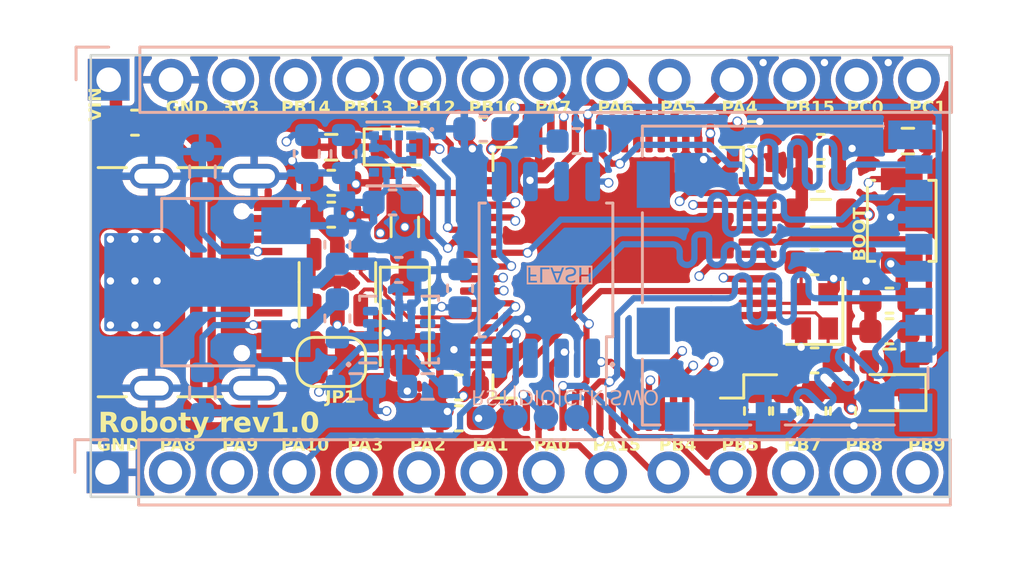
<source format=kicad_pcb>
(kicad_pcb (version 20221018) (generator pcbnew)
  (title_block (comment 4 "AISLER Project ID: UXURWXIM"))
  (layers (0 "F.Cu" signal "SIG1") (1 "In1.Cu" power "GND1.Cu") (2 "In2.Cu" power "PWR.Cu") (3 "In3.Cu" signal "SIG2.Cu") (4 "In4.Cu" power "GND4.Cu") (31 "B.Cu" signal "SIG3") (34 "B.Paste" user) (35 "F.Paste" user) (36 "B.SilkS" user "B.Silkscreen") (37 "F.SilkS" user "F.Silkscreen") (38 "B.Mask" user) (39 "F.Mask" user) (44 "Edge.Cuts" user))
  (net 0 "")
  (net 1 "Net-(U2-VI)")
  (net 2 "GND")
  (net 3 "+5V")
  (net 4 "Net-(J3-D+-PadA6)")
  (net 5 "+3V3")
  (net 6 "Net-(J3-D--PadA7)")
  (net 7 "VDDA")
  (net 8 "Net-(U1-VCAP_1)")
  (net 9 "/mcu/RST")
  (net 10 "Net-(U1-PH0)")
  (net 11 "Net-(U1-PH1)")
  (net 12 "VDC")
  (net 13 "Net-(U6-C1)")
  (net 14 "Net-(D1-K)")
  (net 15 "Net-(D2-K)")
  (net 16 "Net-(D3-A)")
  (net 17 "/mcu/SDIO_D2")
  (net 18 "/mcu/SDIO_D3")
  (net 19 "/mcu/SDIO_CMD")
  (net 20 "/mcu/SDIO_CLK")
  (net 21 "/mcu/SDIO_D0")
  (net 22 "/mcu/SDIO_D1")
  (net 23 "/mcu/SWDIO")
  (net 24 "/mcu/SWCLK")
  (net 25 "/mcu/SWO")
  (net 26 "Net-(J3-CC1)")
  (net 28 "Net-(J3-CC2)")
  (net 30 "HDR_LFT_PA0")
  (net 31 "HDR_LFT_PA1")
  (net 32 "HDR_LFT_PA2")
  (net 33 "HDR_LFT_PA3")
  (net 34 "HDR_LFT_PA4")
  (net 35 "HDR_LFT_PA5")
  (net 36 "HDR_LFT_PA6")
  (net 37 "HDR_LFT_PA7")
  (net 38 "HDR_LFT_PA8")
  (net 39 "HDR_LFT_PA9")
  (net 40 "HDR_LFT_PA10")
  (net 41 "HDR_LFT_PA15")
  (net 42 "HDR_LFT_PB4")
  (net 43 "HDR_RGT_PB5")
  (net 44 "HDR_RGT_PB7")
  (net 45 "HDR_RGT_PB8")
  (net 46 "HDR_RGT_PB9")
  (net 47 "HDR_RGT_PB10")
  (net 48 "HDR_RGT_PB12")
  (net 49 "HDR_RGT_PB13")
  (net 50 "HDR_RGT_PB14")
  (net 51 "HDR_RGT_PB15")
  (net 52 "HDR_RGT_PC0")
  (net 53 "HDR_RGT_PC1")
  (net 54 "/mcu/BOOT0")
  (net 55 "/mcu/LED")
  (net 56 "/I2C_SDA")
  (net 57 "/I2C_SCL")
  (net 58 "/INT1_ACC")
  (net 59 "/INT2_ACC")
  (net 60 "/INT1_COMPASS")
  (net 64 "/mcu/QSPI_BK1_CLK")
  (net 65 "/mcu/QSPI_BK1_IO0")
  (net 66 "/Power&USB/USB-")
  (net 67 "/Power&USB/USB+")
  (net 68 "/mcu/QSPI_BK1_IO1")
  (net 69 "/mcu/QSPI_BK1_NCS")
  (footprint "Capacitor_SMD:C_0603_1608Metric" (layer "F.Cu") (at 126.2 89.8 180)
    (fp_text reference "C16" hide)
    (fp_text value "100n")
  )
  (footprint "Capacitor_SMD:C_0603_1608Metric" (layer "F.Cu") (at 140.7 83.4379)
    (fp_text reference "C18" hide)
    (fp_text value "6.8p")
  )
  (footprint "Inductor_SMD:L_0805_2012Metric" (layer "F.Cu") (at 124 82 90)
    (fp_text reference "L1" hide)
    (fp_text value "GZ2012D101TF")
  )
  (footprint "Capacitor_SMD:C_0603_1608Metric" (layer "F.Cu") (at 138.35 89.5 -90)
    (fp_text reference "C8" hide)
    (fp_text value "100n")
  )
  (footprint "Jumper:SolderJumper-2_P1.3mm_Bridged_RoundedPad1.0x1.5mm" (layer "F.Cu") (at 121 87.5)
    (fp_text reference "JP1" hide)
    (fp_text value "VUSB_VIN")
  )
  (footprint "Connector_USB:USB_C_Receptacle_GCT_USB4105-xx-A_16P_TopMnt_Horizontal" (layer "F.Cu") (at 114.75 84.25 -90)
    (fp_text reference "J3" hide)
    (fp_text value "USB_C_Receptacle_USB2.0")
  )
  (footprint "Capacitor_SMD:C_0603_1608Metric" (layer "F.Cu") (at 143.75 86.25 180)
    (fp_text reference "C26" hide)
    (fp_text value "100n")
  )
  (footprint "Resistor_SMD:R_0603_1608Metric" (layer "F.Cu") (at 121 78.75)
    (fp_text reference "R3" hide)
    (fp_text value "270")
  )
  (footprint "Capacitor_SMD:C_0603_1608Metric" (layer "F.Cu") (at 127.2 78.0379 180)
    (fp_text reference "C9" hide)
    (fp_text value "100n")
  )
  (footprint "Package_QFP:LQFP-64_10x10mm_P0.5mm" (layer "F.Cu") (at 132.7 83.8629 180)
    (fp_text reference "U1" hide)
    (fp_text value "STM32F446RETx")
  )
  (footprint "Capacitor_SMD:C_0603_1608Metric" (layer "F.Cu") (at 140.95 78.7379)
    (fp_text reference "C13" hide)
    (fp_text value "100n")
  )
  (footprint "Package_TO_SOT_SMD:SOT-23-6" (layer "F.Cu") (at 121.25 84.25 90)
    (fp_text reference "U3" hide)
    (fp_text value "USBLC6-2SC6")
  )
  (footprint "Capacitor_SMD:C_0603_1608Metric" (layer "F.Cu") (at 139.5 89.5 -90)
    (fp_text reference "C10" hide)
    (fp_text value "100n")
  )
  (footprint "Capacitor_SMD:C_0603_1608Metric" (layer "F.Cu") (at 113 77.75)
    (fp_text reference "C20" hide)
    (fp_text value "100n")
  )
  (footprint "Capacitor_SMD:C_0603_1608Metric" (layer "F.Cu") (at 143.75 85 180)
    (fp_text reference "C27" hide)
    (fp_text value "10u")
  )
  (footprint "Capacitor_SMD:C_0603_1608Metric" (layer "F.Cu") (at 141.85 89.5 -90)
    (fp_text reference "C12" hide)
    (fp_text value "100n")
  )
  (footprint "Button_Switch_SMD:SW_SPST_B3U-1000P" (layer "F.Cu") (at 144.25 81.75 90)
    (fp_text reference "SW2" hide)
    (fp_text value "BOOT")
  )
  (footprint "LED_SMD:LED_0603_1608Metric" (layer "F.Cu") (at 123.825 78.74)
    (fp_text reference "D1" hide)
    (fp_text value "LED_33V")
  )
  (footprint "Resistor_SMD:R_0603_1608Metric" (layer "F.Cu") (at 143.75 87.5)
    (fp_text reference "R5" hide)
    (fp_text value "1K")
  )
  (footprint "Capacitor_SMD:C_0603_1608Metric" (layer "F.Cu") (at 121 81.5)
    (fp_text reference "C2" hide)
    (fp_text value "100n")
  )
  (footprint "LED_SMD:LED_0603_1608Metric" (layer "F.Cu") (at 143.75 88.75 180)
    (fp_text reference "D3" hide)
    (fp_text value "USER_LED")
  )
  (footprint "Capacitor_SMD:C_0603_1608Metric" (layer "F.Cu") (at 140.7 87.4379 180)
    (fp_text reference "C17" hide)
    (fp_text value "6.8p")
  )
  (footprint "Resistor_SMD:R_0603_1608Metric" (layer "F.Cu") (at 144.5 78.5 180)
    (fp_text reference "R4" hide)
    (fp_text value "10k")
  )
  (footprint "Capacitor_SMD:C_0603_1608Metric" (layer "F.Cu") (at 121 80.2)
    (fp_text reference "C6" hide)
    (fp_text value "10u")
  )
  (footprint "Diode_SMD:D_SOD-123" (layer "F.Cu") (at 124 86 -90)
    (fp_text reference "D2" hide)
    (fp_text value "SSS2040FL")
  )
  (footprint "Capacitor_SMD:C_0603_1608Metric" (layer "F.Cu") (at 140.95 80.0379)
    (fp_text reference "C14" hide)
    (fp_text value "1u")
  )
  (footprint "Capacitor_SMD:C_0603_1608Metric" (layer "F.Cu") (at 138.15 78.2129)
    (fp_text reference "C3" hide)
    (fp_text value "100n")
  )
  (footprint "Capacitor_SMD:C_0603_1608Metric" (layer "F.Cu") (at 140.65 89.5 -90)
    (fp_text reference "C11" hide)
    (fp_text value "10u")
  )
  (footprint "Inductor_SMD:L_0805_2012Metric" (layer "F.Cu") (at 140.95 81.4379)
    (fp_text reference "L2" hide)
    (fp_text value "GZ2012D101TF")
  )
  (footprint "Crystal:Crystal_SMD_2016-4Pin_2.0x1.6mm" (layer "F.Cu") (at 140.7 85.4379 90)
    (fp_text reference "Y1" hide)
    (fp_text value "7D026000B01")
  )
  (footprint "Capacitor_SMD:C_0603_1608Metric" (layer "F.Cu") (at 126.2 88.5379 180)
    (fp_text reference "C7" hide)
    (fp_text value "100n")
  )
  (footprint "TestPoint:TestPoint_Pad_D1.0mm" (layer "B.Cu") (at 127.25 89.75 90)
    (fp_text reference "TP4" hide)
    (fp_text value "RST")
  )
  (footprint "Capacitor_SMD:C_0603_1608Metric" (layer "B.Cu") (at 120 79.025 -90)
    (fp_text reference "C24" hide)
    (fp_text value "100n")
  )
  (footprint "AREA_lib_composant:PQFN50P200X200X70-12N" (layer "B.Cu") (at 123.5 79.025 180)
    (fp_text reference "U6" hide)
    (fp_text value "LIS2MDLTR")
  )
  (footprint "Capacitor_SMD:C_0603_1608Metric" (layer "B.Cu") (at 123.5 81 180)
    (fp_text reference "C25" hide)
    (fp_text value "100n")
  )
  (footprint "Package_TO_SOT_SMD:SOT-223-3_TabPin2" (layer "B.Cu") (at 116 84.25 180)
    (fp_text reference "U2" hide)
    (fp_text value "NCP1117-3.3_SOT223")
  )
  (footprint "Capacitor_SMD:C_0603_1608Metric" (layer "B.Cu") (at 126.25 84.5 90)
    (fp_text reference "C21" hide)
    (fp_text value "100n")
  )
  (footprint "Resistor_SMD:R_0603_1608Metric" (layer "B.Cu") (at 124.925 88.5 180)
    (fp_text reference "R7" hide)
    (fp_text value "10k")
  )
  (footprint "TestPoint:TestPoint_Pad_D1.0mm" (layer "B.Cu") (at 128.5 89.75 90)
    (fp_text reference "TP3" hide)
    (fp_text value "SWDIO")
  )
  (footprint "Connector_Card:microSD_HC_Molex_104031-0811" (layer "B.Cu") (at 139.5 84 90)
    (fp_text reference "J1" hide)
    (fp_text value "Micro_SD_Card")
  )
  (footprint "Capacitor_SMD:C_0603_1608Metric" (layer "B.Cu") (at 121.25 82.725 90)
    (fp_text reference "C4" hide)
    (fp_text value "10u")
  )
  (footprint "Resistor_SMD:R_0603_1608Metric" (layer "B.Cu") (at 122 88.5 180)
    (fp_text reference "R6" hide)
    (fp_text value "10k")
  )
  (footprint "Capacitor_SMD:C_0603_1608Metric" (layer "B.Cu") (at 131 78.5 180)
    (fp_text reference "C19" hide)
    (fp_text value "100n")
  )
  (footprint "Package_LGA:LGA-14_3x2.5mm_P0.5mm_LayoutBorder3x4y" (layer "B.Cu") (at 123.765 86.18)
    (fp_text reference "U5" hide)
    (fp_text value "LSM6DS3")
  )
  (footprint "Connector_PinHeader_2.54mm:PinHeader_1x14_P2.54mm_Vertical" (layer "B.Cu") (at 111.88 92 -90)
    (fp_text reference "J4" hide)
    (fp_text value "Left_")
  )
  (footprint "Capacitor_SMD:C_0603_1608Metric" (layer "B.Cu") (at 123.75 83.75)
    (fp_text reference "C22" hide)
    (fp_text value "100n")
  )
  (footprint "Capacitor_SMD:C_0603_1608Metric" (layer "B.Cu") (at 121.5 79.025 -90)
    (fp_text reference "C23" hide)
    (fp_text value "100n")
  )
  (footprint "Resistor_SMD:R_0603_1608Metric" (layer "B.Cu") (at 115.75 88.75 -90)
    (fp_text reference "R2" hide)
    (fp_text value "5.1k")
  )
  (footprint "Connector_PinHeader_2.54mm:PinHeader_1x14_P2.54mm_Vertical" (layer "B.Cu") (at 111.93 76 -90)
    (fp_text reference "J5" hide)
    (fp_text value "Right_")
  )
  (footprint "TestPoint:TestPoint_Pad_D1.0mm" (layer "B.Cu") (at 131 89.75 90)
    (fp_text reference "TP1" hide)
    (fp_text value "SWO")
  )
  (footprint "Resistor_SMD:R_0603_1608Metric" (layer "B.Cu") (at 115.75 79.75 90)
    (fp_text reference "R1" hide)
    (fp_text value "5.1k")
  )
  (footprint "Capacitor_SMD:C_0603_1608Metric" (layer "B.Cu") (at 127.2 78 180)
    (fp_text reference "C15" hide)
    (fp_text value "4u7")
  )
  (footprint "Capacitor_SMD:C_0603_1608Metric" (layer "B.Cu") (at 121.25 85.725 -90)
    (fp_text reference "C1" hide)
    (fp_text value "10u")
  )
  (footprint "Package_SO:SOIC-8_5.23x5.23mm_P1.27mm" (layer "B.Cu") (at 129.75 83.75 90)
    (fp_text reference "U4" hide)
    (fp_text value "W25Q32JVSS")
  )
  (footprint "TestPoint:TestPoint_Pad_D1.0mm" (layer "B.Cu") (at 129.75 89.75 90)
    (fp_text reference "TP2" hide)
    (fp_text value "SWCLK")
  )
  (gr_rect (start 111.2 75) (end 146.2 93) (stroke (width 0.1)) (fill none) (layer "Edge.Cuts"))
  (gr_text "FLASH" (at 128.95 83.55 180) (layer "B.SilkS" knockout) (effects (font (size 0.6 0.6) (thickness 0.075)) (justify left bottom mirror)))
  (gr_text "." (at 132.75 87.75) (layer "B.SilkS") (effects (font (size 0.8128 0.8128) (thickness 0.1524) bold) (justify left bottom mirror)))
  (gr_text "RST|DIO|CLK|SWO" (at 126.7 88.55 180) (layer "B.SilkS") (effects (font (size 0.6 0.6) (thickness 0.075)) (justify left bottom mirror)))
  (gr_text "." (at 122 87.75) (layer "B.SilkS") (effects (font (size 0.8128 0.8128) (thickness 0.1524) bold) (justify left bottom mirror)))
  (gr_text "GND" (at 111.45 91.2) (layer "F.SilkS") (effects (font (size 0.5 0.5) (thickness 0.125) bold) (justify left bottom)))
  (gr_text "PA5" (at 134.4 77.45) (layer "F.SilkS") (effects (font (size 0.5 0.5) (thickness 0.125) bold) (justify left bottom)))
  (gr_text "PB7" (at 139.45 91.2) (layer "F.SilkS") (effects (font (size 0.5 0.5) (thickness 0.125) bold) (justify left bottom)))
  (gr_text "PA7" (at 129.3 77.45) (layer "F.SilkS") (effects (font (size 0.5 0.5) (thickness 0.125) bold) (justify left bottom)))
  (gr_text "PB9" (at 144.5 91.2) (layer "F.SilkS") (effects (font (size 0.5 0.5) (thickness 0.125) bold) (justify left bottom)))
  (gr_text "PA6" (at 131.85 77.45) (layer "F.SilkS") (effects (font (size 0.5 0.5) (thickness 0.125) bold) (justify left bottom)))
  (gr_text "PA0" (at 129.25 91.2) (layer "F.SilkS") (effects (font (size 0.5 0.5) (thickness 0.125) bold) (justify left bottom)))
  (gr_text "JP1" (at 120.75 89.25) (layer "F.SilkS") (effects (font (size 0.5 0.5) (thickness 0.125) bold) (justify left bottom)))
  (gr_text "VIN" (at 111.7 77.7 90) (layer "F.SilkS") (effects (font (size 0.5 0.5) (thickness 0.125) bold) (justify left bottom)))
  (gr_text "Roboty rev1.0" (at 111.5 90.5) (layer "F.SilkS") (effects (font (size 0.8128 0.8128) (thickness 0.1524) bold) (justify left bottom)))
  (gr_text "PC1" (at 144.55 77.45) (layer "F.SilkS") (effects (font (size 0.5 0.5) (thickness 0.125) bold) (justify left bottom)))
  (gr_text "PB10" (at 126.6 77.45) (layer "F.SilkS") (effects (font (size 0.5 0.5) (thickness 0.125) bold) (justify left bottom)))
  (gr_text "3V3" (at 116.55 77.45) (layer "F.SilkS") (effects (font (size 0.5 0.5) (thickness 0.125) bold) (justify left bottom)))
  (gr_text "PB8" (at 141.95 91.2) (layer "F.SilkS") (effects (font (size 0.5 0.5) (thickness 0.125) bold) (justify left bottom)))
  (gr_text "PA4" (at 136.9 77.45) (layer "F.SilkS") (effects (font (size 0.5 0.5) (thickness 0.125) bold) (justify left bottom)))
  (gr_text "PA8" (at 114 91.2) (layer "F.SilkS") (effects (font (size 0.5 0.5) (thickness 0.125) bold) (justify left bottom)))
  (gr_text "PA15" (at 131.65 91.2) (layer "F.SilkS") (effects (font (size 0.5 0.5) (thickness 0.125) bold) (justify left bottom)))
  (gr_text "PB12" (at 124.05 77.45) (layer "F.SilkS") (effects (font (size 0.5 0.5) (thickness 0.125) bold) (justify left bottom)))
  (gr_text "GND" (at 114.25 77.45) (layer "F.SilkS") (effects (font (size 0.5 0.5) (thickness 0.125) bold) (justify left bottom)))
  (gr_text "PB4" (at 134.35 91.2) (layer "F.SilkS") (effects (font (size 0.5 0.5) (thickness 0.125) bold) (justify left bottom)))
  (gr_text "PA1" (at 126.75 91.2) (layer "F.SilkS") (effects (font (size 0.5 0.5) (thickness 0.125) bold) (justify left bottom)))
  (gr_text "PB13" (at 121.5 77.45) (layer "F.SilkS") (effects (font (size 0.5 0.5) (thickness 0.125) bold) (justify left bottom)))
  (gr_text "PA10" (at 118.95 91.2) (layer "F.SilkS") (effects (font (size 0.5 0.5) (thickness 0.125) bold) (justify left bottom)))
  (gr_text "PA3" (at 121.65 91.2) (layer "F.SilkS") (effects (font (size 0.5 0.5) (thickness 0.125) bold) (justify left bottom)))
  (gr_text "PB5" (at 136.9 91.2) (layer "F.SilkS") (effects (font (size 0.5 0.5) (thickness 0.125) bold) (justify left bottom)))
  (gr_text "PC0" (at 142 77.45) (layer "F.SilkS") (effects (font (size 0.5 0.5) (thickness 0.125) bold) (justify left bottom)))
  (gr_text "PA9" (at 116.55 91.2) (layer "F.SilkS") (effects (font (size 0.5 0.5) (thickness 0.125) bold) (justify left bottom)))
  (gr_text "PA2" (at 124.2 91.2) (layer "F.SilkS") (effects (font (size 0.5 0.5) (thickness 0.125) bold) (justify left bottom)))
  (gr_text "PB15" (at 139.5 77.45) (layer "F.SilkS") (effects (font (size 0.5 0.5) (thickness 0.125) bold) (justify left bottom)))
  (gr_text "PB14" (at 118.95 77.45) (layer "F.SilkS") (effects (font (size 0.5 0.5) (thickness 0.125) bold) (justify left bottom)))
  (gr_text "BOOT" (at 142.85 83.4 90) (layer "F.SilkS") (effects (font (size 0.5 0.5) (thickness 0.125) bold) (justify left bottom)))
  (via (at 123 82.25) (size 0.4) (drill 0.3) (layers "F.Cu" "B.Cu") (net 1))
  (via (at 119.5 86) (size 0.4) (drill 0.3) (layers "F.Cu" "B.Cu") (net 1))
  (via (at 124 82) (size 0.4) (drill 0.3) (layers "F.Cu" "B.Cu") (net 1))
  (segment (start 120.2 86) (end 119.5 86) (width 0.508) (layer "B.Cu") (net 1))
  (segment (start 119.15 86.55) (end 119.5 86.2) (width 0.508) (layer "B.Cu") (net 1))
  (segment (start 119.5 86.2) (end 119.5 86) (width 0.508) (layer "B.Cu") (net 1))
  (segment (start 121.25 84.95) (end 120.2 86) (width 0.508) (layer "B.Cu") (net 1))
  (segment (start 141.45 90.3129) (end 141.7871 90.3129) (width 0.508) (layer "F.Cu") (net 2))
  (segment (start 141.475 84.5129) (end 141.25 84.7379) (width 0.508) (layer "F.Cu") (net 2))
  (segment (start 136.0939 90.6939) (end 136 90.6) (width 0.508) (layer "F.Cu") (net 2))
  (segment (start 125.8871 87.1129) (end 125.425 87.575) (width 0.254) (layer "F.Cu") (net 2))
  (segment (start 125.425 87.575) (end 125.425 88.5379) (width 0.254) (layer "F.Cu") (net 2))
  (segment (start 142.525702 78.5) (end 142.226592 78.79911) (width 0.508) (layer "F.Cu") (net 2))
  (segment (start 142.8 84.825) (end 142.975 85) (width 0.508) (layer "F.Cu") (net 2))
  (segment (start 127.025 87.1129) (end 126 87) (width 0.254) (layer "F.Cu") (net 2))
  (segment (start 142.226592 78.79911) (end 141.78621 78.79911) (width 0.508) (layer "F.Cu") (net 2))
  (segment (start 135.980501 79.058479) (end 136.1734 79.251378) (width 0.3) (layer "F.Cu") (net 2))
  (segment (start 137.319 90.6939) (end 136.0939 90.6939) (width 0.508) (layer "F.Cu") (net 2))
  (segment (start 137.7 90.3129) (end 137.319 90.6939) (width 0.508) (layer "F.Cu") (net 2))
  (segment (start 126.425 78.4879) (end 126.75 78.8129) (width 0.508) (layer "F.Cu") (net 2))
  (segment (start 141.78621 78.79911) (end 141.725 78.7379) (width 0.508) (layer "F.Cu") (net 2))
  (segment (start 142.0871 90.3129) (end 142.3 90.1) (width 0.508) (layer "F.Cu") (net 2))
  (segment (start 126 87) (end 125.8871 87.1129) (width 0.254) (layer "F.Cu") (net 2))
  (segment (start 135.95 78.361773) (end 135.980501 78.392274) (width 0.3) (layer "F.Cu") (net 2))
  (segment (start 125.425 89.210298) (end 125.732351 89.517649) (width 0.508) (layer "F.Cu") (net 2))
  (segment (start 141.725 80.0379) (end 141.725 78.7379) (width 0.508) (layer "F.Cu") (net 2))
  (segment (start 140.15 87.2129) (end 139.925 87.4379) (width 0.508) (layer "F.Cu") (net 2))
  (segment (start 138.925 78.2129) (end 138.925 78.161023) (width 0.3) (layer "F.Cu") (net 2))
  (segment (start 135.95 90.55) (end 136 90.6) (width 0.3) (layer "F.Cu") (net 2))
  (segment (start 135.95 78.1879) (end 135.95 78.361773) (width 0.3) (layer "F.Cu") (net 2))
  (segment (start 125.425 88.5379) (end 125.425 89.8) (width 0.3) (layer "F.Cu") (net 2))
  (segment (start 126.425 78.0379) (end 126.425 78.4879) (width 0.508) (layer "F.Cu") (net 2))
  (segment (start 135.980501 78.392274) (end 135.980501 79.058479) (width 0.3) (layer "F.Cu") (net 2))
  (segment (start 142.8 84.2) (end 142.8 84.825) (width 0.508) (layer "F.Cu") (net 2))
  (segment (start 135.95 89.5379) (end 135.95 90.55) (width 0.3) (layer "F.Cu") (net 2))
  (segment (start 142.975 85) (end 142.975 86.25) (width 0.508) (layer "F.Cu") (net 2))
  (segment (start 143.675 78.5) (end 142.525702 78.5) (width 0.508) (layer "F.Cu") (net 2))
  (segment (start 141.45 90.3129) (end 137.7 90.3129) (width 0.508) (layer "F.Cu") (net 2))
  (segment (start 125.425 88.5379) (end 125.425 89.210298) (width 0.508) (layer "F.Cu") (net 2))
  (segment (start 140.15 86.1379) (end 140.15 87.2129) (width 0.508) (layer "F.Cu") (net 2))
  (segment (start 138.925 78.161023) (end 138.464377 77.7004) (width 0.3) (layer "F.Cu") (net 2))
  (segment (start 141.475 83.4379) (end 141.475 84.5129) (width 0.508) (layer "F.Cu") (net 2))
  (via (at 123.278462 86.3106) (size 0.4) (drill 0.3) (layers "F.Cu" "B.Cu") (net 2))
  (via (at 125.732351 89.517649) (size 0.4) (drill 0.3) (layers "F.Cu" "B.Cu") (net 2))
  (via (at 141.475 84.1) (size 0.4) (drill 0.3) (layers "F.Cu" "B.Cu") (net 2))
  (via (at 142.299998 90.1) (size 0.4) (drill 0.3) (layers "F.Cu" "B.Cu") (net 2))
  (via (at 138.6 75.3) (size 0.4) (drill 0.3) (layers "F.Cu" "B.Cu") (net 2))
  (via (at 122 80.25) (size 0.4) (drill 0.3) (layers "F.Cu" "B.Cu") (net 2))
  (via (at 142.8 84.2) (size 0.4) (drill 0.3) (layers "F.Cu" "B.Cu") (net 2))
  (via (at 142.226592 78.79911) (size 0.4) (drill 0.3) (layers "F.Cu" "B.Cu") (net 2))
  (via (at 140.15 86.9) (size 0.4) (drill 0.3) (layers "F.Cu" "B.Cu") (net 2))
  (via (at 121.774998 81.5) (size 0.4) (drill 0.3) (layers "F.Cu" "B.Cu") (net 2))
  (via (at 143.7 75.3) (size 0.4) (drill 0.3) (layers "F.Cu" "B.Cu") (net 2))
  (via (at 121.25 86) (size 0.4) (drill 0.3) (layers "F.Cu" "B.Cu") (net 2))
  (via (at 138.464377 77.7004) (size 0.4) (drill 0.3) (layers "F.Cu" "B.Cu") (net 2))
  (via (at 126 87) (size 0.4) (drill 0.3) (layers "F.Cu" "B.Cu") (net 2))
  (via (at 136.1734 79.251378) (size 0.4) (drill 0.3) (layers "F.Cu" "B.Cu") (net 2))
  (via (at 129 85.75) (size 0.4) (drill 0.3) (layers "F.Cu" "B.Cu") (net 2))
  (via (at 119.4 79.3) (size 0.4) (drill 0.3) (layers "F.Cu" "B.Cu") (net 2))
  (via (at 143.8 81.6) (size 0.4) (drill 0.3) (layers "F.Cu" "B.Cu") (net 2))
  (via (at 126.75 78.8129) (size 0.4) (drill 0.3) (layers "F.Cu" "B.Cu") (net 2))
  (via (at 141.1 75.3) (size 0.4) (drill 0.3) (layers "F.Cu" "B.Cu") (net 2))
  (segment (start 144.95 81.605) (end 143.805 81.605) (width 0.508) (layer "B.Cu") (net 2))
  (segment (start 122.74 79.26) (end 122.945758 79.26) (width 0.254) (layer "B.Cu") (net 2))
  (segment (start 123.159062 86.43) (end 123.278462 86.3106) (width 0.254) (layer "B.Cu") (net 2))
  (segment (start 123.765 85.2675) (end 124.265 85.2675) (width 0.254) (layer "B.Cu") (net 2))
  (segment (start 128.5 85.75) (end 127.845 86.405) (width 0.254) (layer "B.Cu") (net 2))
  (segment (start 122.74 79.275) (end 122.025 79.275) (width 0.254) (layer "B.Cu") (net 2))
  (segment (start 124.575 83.8) (end 125.4 83.8) (width 0.254) (layer "B.Cu") (net 2))
  (segment (start 119.9 79.8) (end 119.4 79.3) (width 0.254) (layer "B.Cu") (net 2))
  (segment (start 122.6025 85.93) (end 123.5 85.93) (width 0.254) (layer "B.Cu") (net 2))
  (segment (start 125.475 83.725) (end 125.4 83.8) (width 0.254) (layer "B.Cu") (net 2))
  (segment (start 122.6025 86.43) (end 121.32 86.43) (width 0.254) (layer "B.Cu") (net 2))
  (segment (start 123.765 85.835) (end 123.765 85.2675) (width 0.254) (layer "B.Cu") (net 2))
  (segment (start 122.025 79.275) (end 121.5 79.8) (width 0.254) (layer "B.Cu") (net 2))
  (segment (start 124.525 83.75) (end 124.525 85.0075) (width 0.254) (layer "B.Cu") (net 2))
  (segment (start 126.25 83.725) (end 125.475 83.725) (width 0.254) (layer "B.Cu") (net 2))
  (segment (start 121.5 79.8) (end 120 79.8) (width 0.254) (layer "B.Cu") (net 2))
  (segment (start 127.845 86.405) (end 127.845 87.35) (width 0.254) (layer "B.Cu") (net 2))
  (segment (start 124.525 83.75) (end 124.575 83.8) (width 0.254) (layer "B.Cu") (net 2))
  (segment (start 129 85.75) (end 128.5 85.75) (width 0.254) (layer "B.Cu") (net 2))
  (segment (start 123.25 80.475) (end 122.725 81) (width 0.254) (layer "B.Cu") (net 2))
  (segment (start 121.32 86.43) (end 121.25 86.5) (width 0.254) (layer "B.Cu") (net 2))
  (segment (start 123.25 79.564242) (end 123.25 79.785) (width 0.254) (layer "B.Cu") (net 2))
  (segment (start 123.5 85.93) (end 123.67 85.93) (width 0.254) (layer "B.Cu") (net 2))
  (segment (start 122.6025 86.43) (end 123.159062 86.43) (width 0.254) (layer "B.Cu") (net 2))
  (segment (start 124.525 85.0075) (end 124.265 85.2675) (width 0.254) (layer "B.Cu") (net 2))
  (segment (start 122.6025 85.93) (end 122.6025 86.43) (width 0.254) (layer "B.Cu") (net 2))
  (segment (start 122.945758 79.26) (end 123.25 79.564242) (width 0.254) (layer "B.Cu") (net 2))
  (segment (start 120 79.8) (end 119.9 79.8) (width 0.254) (layer "B.Cu") (net 2))
  (segment (start 123.67 85.93) (end 123.765 85.835) (width 0.254) (layer "B.Cu") (net 2))
  (segment (start 123.25 79.785) (end 123.25 80.475) (width 0.254) (layer "B.Cu") (net 2))
  (segment (start 143.805 81.605) (end 143.8 81.6) (width 0.508) (layer "B.Cu") (net 2))
  (segment (start 118.43 81.85) (end 119.875 81.85) (width 0.508) (layer "F.Cu") (net 3))
  (segment (start 120.225 81.5) (end 120.225 80) (width 0.508) (layer "F.Cu") (net 3))
  (segment (start 120.225 81.5) (end 121.25 82.525) (width 0.508) (layer "F.Cu") (net 3))
  (segment (start 119.875 81.85) (end 120.225 81.5) (width 0.508) (layer "F.Cu") (net 3))
  (segment (start 121.25 82.525) (end 121.25 83.1125) (width 0.508) (layer "F.Cu") (net 3))
  (segment (start 118.43 85) (end 119.22475 85) (width 0.127) (layer "F.Cu") (net 4))
  (segment (start 118.43 84) (end 117.662 84) (width 0.127) (layer "F.Cu") (net 4))
  (segment (start 117.6 84.9) (end 117.7 85) (width 0.127) (layer "F.Cu") (net 4))
  (segment (start 117.6 84.062) (end 117.6 84.9) (width 0.127) (layer "F.Cu") (net 4))
  (segment (start 119.47075 84.754) (end 120.3 84.754) (width 0.127) (layer "F.Cu") (net 4))
  (segment (start 117.7 85) (end 118.43 85) (width 0.127) (layer "F.Cu") (net 4))
  (segment (start 119.22475 85) (end 119.47075 84.754) (width 0.127) (layer "F.Cu") (net 4))
  (segment (start 117.662 84) (end 117.6 84.062) (width 0.127) (layer "F.Cu") (net 4))
  (segment (start 120.3 84.754) (end 120.3 85.3875) (width 0.127) (layer "F.Cu") (net 4))
  (segment (start 138.375 88.075) (end 138.4 88.1) (width 0.3) (layer "F.Cu") (net 5))
  (segment (start 138.375 87.6129) (end 138.375 88.075) (width 0.3) (layer "F.Cu") (net 5))
  (segment (start 135.45 78.1879) (end 135.45 79.107781) (width 0.3) (layer "F.Cu") (net 5))
  (segment (start 126.975 88.5379) (end 126.729859 88.5379) (width 0.508) (layer "F.Cu") (net 5))
  (segment (start 127.975 78.0379) (end 128.05 78.1129) (width 0.508) (layer "F.Cu") (net 5))
  (segment (start 138.4 88.7629) (end 137.7 88.7629) (width 0.508) (layer "F.Cu") (net 5))
  (segment (start 126.975 88.5379) (end 126.975 88.05) (width 0.508) (layer "F.Cu") (net 5))
  (segment (start 137.375 77.8754) (end 137.55 77.7004) (width 0.3) (layer "F.Cu") (net 5))
  (segment (start 144.25 83.45) (end 144.25 84.725) (width 0.508) (layer "F.Cu") (net 5))
  (segment (start 142.144 89.344) (end 142.2 89.4) (width 0.508) (layer "F.Cu") (net 5))
  (segment (start 144.25 84.725) (end 144.525 85) (width 0.508) (layer "F.Cu") (net 5))
  (segment (start 135.733849 79.996749) (end 135.45 79.7129) (width 0.508) (layer "F.Cu") (net 5))
  (segment (start 137.375 78.2129) (end 137.375 79.4879) (width 0.508) (layer "F.Cu") (net 5))
  (segment (start 125.330518 78.74) (end 125.413846 78.823328) (width 0.3) (layer "F.Cu") (net 5))
  (segment (start 144.525 85) (end 144.525 86.25) (width 0.508) (layer "F.Cu") (net 5))
  (segment (start 138.4 88.7629) (end 138.4 88.1) (width 0.508) (layer "F.Cu") (net 5))
  (segment (start 138.4 88.7629) (end 141.8879 88.7629) (width 0.508) (layer "F.Cu") (net 5))
  (segment (start 136.866151 79.996749) (end 135.733849 79.996749) (width 0.508) (layer "F.Cu") (net 5))
  (segment (start 137.7 88.7629) (end 136.9 88.7629) (width 0.508) (layer "F.Cu") (net 5))
  (segment (start 135.45 79.7129) (end 135.45 79.107781) (width 0.508) (layer "F.Cu") (net 5))
  (segment (start 136.5371 88.7629) (end 136.45 88.85) (width 0.3) (layer "F.Cu") (net 5))
  (segment (start 142.0125 81.4379) (end 142.8379 81.4379) (width 0.508) (layer "F.Cu") (net 5))
  (segment (start 136.45 88.85) (end 136.45 89.5379) (width 0.3) (layer "F.Cu") (net 5))
  (segment (start 142.144 89.019) (end 142.144 89.344) (width 0.508) (layer "F.Cu") (net 5))
  (segment (start 126.729859 88.5379) (end 126.383717 88.884042) (width 0.508) (layer "F.Cu") (net 5))
  (segment (start 137.375 78.2129) (end 137.375 77.8754) (width 0.3) (layer "F.Cu") (net 5))
  (segment (start 128.05 78.1129) (end 128.875 78.1129) (width 0.508) (layer "F.Cu") (net 5))
  (segment (start 141.8879 88.7629) (end 142.144 89.019) (width 0.508) (layer "F.Cu") (net 5))
  (segment (start 137.375 79.4879) (end 136.866151 79.996749) (width 0.508) (layer "F.Cu") (net 5))
  (segment (start 136.9 88.7629) (end 136.5371 88.7629) (width 0.3) (layer "F.Cu") (net 5))
  (segment (start 124.6125 78.74) (end 125.330518 78.74) (width 0.3) (layer "F.Cu") (net 5))
  (segment (start 127.975 78.0379) (end 127.975 78.400203) (width 0.508) (layer "F.Cu") (net 5))
  (segment (start 127.025 87.6129) (end 127.025 88) (width 0.3) (layer "F.Cu") (net 5))
  (segment (start 142.8379 81.4379) (end 142.9 81.5) (width 0.508) (layer "F.Cu") (net 5))
  (segment (start 126.975 88.05) (end 127.025 88) (width 0.508) (layer "F.Cu") (net 5))
  (segment (start 128.919 78.1569) (end 128.919 78.1879) (width 0.508) (layer "F.Cu") (net 5))
  (segment (start 127.975 78.400203) (end 127.562303 78.8129) (width 0.508) (layer "F.Cu") (net 5))
  (segment (start 128.875 78.1129) (end 128.919 78.1569) (width 0.508) (layer "F.Cu") (net 5))
  (via (at 113.9 82.5) (size 0.4) (drill 0.3) (layers "F.Cu" "B.Cu") (net 5))
  (via (at 113 84.2) (size 0.4) (drill 0.3) (layers "F.Cu" "B.Cu") (net 5))
  (via (at 120.5 88.7194) (size 0.4) (drill 0.3) (layers "F.Cu" "B.Cu") (net 5))
  (via (at 125.413846 78.823328) (size 0.4) (drill 0.3) (layers "F.Cu" "B.Cu") (net 5))
  (via (at 127.562303 78.8129) (size 0.4) (drill 0.3) (layers "F.Cu" "B.Cu") (net 5))
  (via (at 112 82.5) (size 0.4) (drill 0.3) (layers "F.Cu" "B.Cu") (net 5))
  (via (at 142.9 81.5) (size 0.4) (drill 0.3) (layers "F.Cu" "B.Cu") (net 5))
  (via (at 132.3 80.2) (size 0.4) (drill 0.3) (layers "F.Cu" "B.Cu") (net 5))
  (via (at 113.9 84.2) (size 0.4) (drill 0.3) (layers "F.Cu" "B.Cu") (net 5))
  (via (at 113 82.5) (size 0.4) (drill 0.3) (layers "F.Cu" "B.Cu") (net 5))
  (via (at 137.55 77.7004) (size 0.4) (drill 0.3) (layers "F.Cu" "B.Cu") (net 5))
  (via (at 143.8 83.5) (size 0.4) (drill 0.3) (layers "F.Cu" "B.Cu") (net 5))
  (via (at 142.199998 89.399999) (size 0.4) (drill 0.3) (layers "F.Cu" "B.Cu") (net 5))
  (via (at 119.176843 78.518951) (size 0.4) (drill 0.3) (layers "F.Cu" "B.Cu") (net 5))
  (via (at 126.383717 88.884042) (size 0.4) (drill 0.3) (layers "F.Cu" "B.Cu") (net 5))
  (via (at 113.9 86) (size 0.4) (drill 0.3) (layers "F.Cu" "B.Cu") (net 5))
  (via (at 112 84.2) (size 0.4) (drill 0.3) (layers "F.Cu" "B.Cu") (net 5))
  (via (at 112 86) (size 0.4) (drill 0.3) (layers "F.Cu" "B.Cu") (net 5))
  (via (at 113 86) (size 0.4) (drill 0.3) (layers "F.Cu" "B.Cu") (net 5))
  (via (at 125.5 85.25) (size 0.4) (drill 0.3) (layers "F.Cu" "B.Cu") (net 5))
  (segment (start 122.74 78.275) (end 121.525 78.275) (width 0.254) (layer "B.Cu") (net 5))
  (segment (start 121.175 87.925) (end 121.175 88.5) (width 0.254) (layer "B.Cu") (net 5))
  (segment (start 121.5 78.25) (end 120 78.25) (width 0.254) (layer "B.Cu") (net 5))
  (segment (start 131.775 78.5) (end 131.775 80.03) (width 0.254) (layer "B.Cu") (net 5))
  (segment (start 119.15 84.25) (end 120.5 84.25) (width 0.508) (layer "B.Cu") (net 5))
  (segment (start 122.74 78.775) (end 122.74 78.275) (width 0.254) (layer "B.Cu") (net 5))
  (segment (start 126.383717 88.884042) (end 126.134042 88.884042) (width 0.254) (layer "B.Cu") (net 5))
  (segment (start 120.7194 88.5) (end 120.5 88.7194) (width 0.254) (layer "B.Cu") (net 5))
  (segment (start 121.525 78.275) (end 121.5 78.25) (width 0.254) (layer "B.Cu") (net 5))
  (segment (start 123.175 78.775) (end 122.74 78.775) (width 0.254) (layer "B.Cu") (net 5))
  (segment (start 125.475 85.275) (end 125.0825 85.275) (width 0.254) (layer "B.Cu") (net 5))
  (segment (start 132.25 80.15) (end 132.3 80.2) (width 0.254) (layer "B.Cu") (net 5))
  (segment (start 131.655 80.15) (end 132.25 80.15) (width 0.254) (layer "B.Cu") (net 5))
  (segment (start 125.525 85.275) (end 125.5 85.25) (width 0.254) (layer "B.Cu") (net 5))
  (segment (start 126.25 85.275) (end 125.525 85.275) (width 0.254) (layer "B.Cu") (net 5))
  (segment (start 144.105 83.805) (end 143.8 83.5) (width 0.508) (layer "B.Cu") (net 5))
  (segment (start 124.26 79.275) (end 123.675 79.275) (width 0.254) (layer "B.Cu") (net 5))
  (segment (start 120.5 84.25) (end 121.25 83.5) (width 0.508) (layer "B.Cu") (net 5))
  (segment (start 122.931385 84.608029) (end 122.931385 84.933885) (width 0.254) (layer "B.Cu") (net 5))
  (segment (start 122.931385 84.933885) (end 123.265 85.2675) (width 0.254) (layer "B.Cu") (net 5))
  (segment (start 122.975 84.564414) (end 122.931385 84.608029) (width 0.254) (layer "B.Cu") (net 5))
  (segment (start 144.95 83.805) (end 144.105 83.805) (width 0.508) (layer "B.Cu") (net 5))
  (segment (start 126.134042 88.884042) (end 125.75 88.5) (width 0.254) (layer "B.Cu") (net 5))
  (segment (start 122.6025 86.93) (end 122.17 86.93) (width 0.254) (layer "B.Cu") (net 5))
  (segment (start 124.265 87.265) (end 125.5 88.5) (width 0.254) (layer "B.Cu") (net 5))
  (segment (start 121.175 88.5) (end 120.7194 88.5) (width 0.254) (layer "B.Cu") (net 5))
  (segment (start 124.265 87.0925) (end 124.265 87.265) (width 0.254) (layer "B.Cu") (net 5))
  (segment (start 123.675 79.275) (end 123.175 78.775) (width 0.254) (layer "B.Cu") (net 5))
  (segment (start 122.725 83.5) (end 122.975 83.75) (width 0.508) (layer "B.Cu") (net 5))
  (segment (start 125.5 88.5) (end 125.75 88.5) (width 0.254) (layer "B.Cu") (net 5))
  (segment (start 120 78.25) (end 119.445794 78.25) (width 0.254) (layer "B.Cu") (net 5))
  (segment (start 125.0825 85.275) (end 124.9275 85.43) (width 0.254) (layer "B.Cu") (net 5))
  (segment (start 122.975 83.75) (end 122.975 84.564414) (width 0.254) (layer "B.Cu") (net 5))
  (segment (start 121.25 83.5) (end 122.725 83.5) (width 0.508) (layer "B.Cu") (net 5))
  (segment (start 131.775 80.03) (end 131.655 80.15) (width 0.254) (layer "B.Cu") (net 5))
  (segment (start 125.5 85.25) (end 125.475 85.275) (width 0.254) (layer "B.Cu") (net 5))
  (segment (start 119.445794 78.25) (end 119.176843 78.518951) (width 0.254) (layer "B.Cu") (net 5))
  (segment (start 122.17 86.93) (end 121.175 87.925) (width 0.254) (layer "B.Cu") (net 5))
  (segment (start 125.75 88.5) (end 125.635897 88.5) (width 0.254) (layer "B.Cu") (net 5))
  (segment (start 119.25 84.5) (end 119.1 84.5) (width 0.127) (layer "F.Cu") (net 6))
  (segment (start 118.43 83.5) (end 119.132 83.5) (width 0.127) (layer "F.Cu") (net 6))
  (segment (start 120.1 84.5) (end 120.3 84.3) (width 0.127) (layer "F.Cu") (net 6))
  (segment (start 119.1 84.5) (end 120.1 84.5) (width 0.127) (layer "F.Cu") (net 6))
  (segment (start 119.1 84.5) (end 118.43 84.5) (width 0.127) (layer "F.Cu") (net 6))
  (segment (start 120.3 84.3) (end 120.3 83.1125) (width 0.127) (layer "F.Cu") (net 6))
  (segment (start 119.132 83.5) (end 119.25 83.618) (width 0.127) (layer "F.Cu") (net 6))
  (segment (start 119.25 83.618) (end 119.25 84.5) (width 0.127) (layer "F.Cu") (net 6))
  (segment (start 139.6621 81.4379) (end 139.5 81.6) (width 0.508) (layer "F.Cu") (net 7))
  (segment (start 138.375 81.6129) (end 139.7125 81.6129) (width 0.3) (layer "F.Cu") (net 7))
  (segment (start 139.7125 81.6129) (end 139.8875 81.4379) (width 0.3) (layer "F.Cu") (net 7))
  (segment (start 140.175 78.7379) (end 140.175 81.1504) (width 0.508) (layer "F.Cu") (net 7))
  (segment (start 139.8875 81.4379) (end 139.6621 81.4379) (width 0.508) (layer "F.Cu") (net 7))
  (segment (start 140.175 81.1504) (end 139.8875 81.4379) (width 0.508) (layer "F.Cu") (net 7))
  (segment (start 129.95 77.35) (end 129.7359 77.1359) (width 0.3) (layer "F.Cu") (net 8))
  (segment (start 129.7359 77.1359) (end 128.5 77.1359) (width 0.3) (layer "F.Cu") (net 8))
  (segment (start 129.95 78.1879) (end 129.95 77.35) (width 0.3) (layer "F.Cu") (net 8))
  (via (at 128.5 77.1359) (size 0.4) (drill 0.3) (layers "F.Cu" "B.Cu") (net 8))
  (segment (start 128.5 77.475) (end 128.5 77.1359) (width 0.3) (layer "B.Cu") (net 8))
  (segment (start 127.975 78) (end 128.5 77.475) (width 0.3) (layer "B.Cu") (net 8))
  (segment (start 131.9871 84.6129) (end 128.5 88.1) (width 0.254) (layer "F.Cu") (net 9))
  (segment (start 128.5 88.1) (end 128.5 88.3035) (width 0.254) (layer "F.Cu") (net 9))
  (segment (start 126.975 89.8) (end 127.0035 89.8) (width 0.508) (layer "F.Cu") (net 9))
  (segment (start 128.5 88.3035) (end 127.0035 89.8) (width 0.254) (layer "F.Cu") (net 9))
  (segment (start 138.375 84.6129) (end 131.9871 84.6129) (width 0.254) (layer "F.Cu") (net 9))
  (via (at 127.0035 89.8) (size 0.4) (drill 0.3) (layers "F.Cu" "B.Cu") (net 9))
  (segment (start 127.2 89.8) (end 127.0035 89.8) (width 0.508) (layer "B.Cu") (net 9))
  (segment (start 127.25 89.75) (end 127.2 89.8) (width 0.508) (layer "B.Cu") (net 9))
  (segment (start 141.25 87.2129) (end 141.25 86.1379) (width 0.127) (layer "F.Cu") (net 10))
  (segment (start 140.7405 85.4974) (end 138.4905 85.4974) (width 0.127) (layer "F.Cu") (net 10))
  (segment (start 141.475 87.4379) (end 141.25 87.2129) (width 0.127) (layer "F.Cu") (net 10))
  (segment (start 141.25 86.1379) (end 141.25 86.0069) (width 0.127) (layer "F.Cu") (net 10))
  (segment (start 141.25 86.0069) (end 140.7405 85.4974) (width 0.127) (layer "F.Cu") (net 10))
  (segment (start 138.4905 85.4974) (end 138.375 85.6129) (width 0.127) (layer "F.Cu") (net 10))
  (segment (start 140.15 84.7379) (end 140.15 83.6629) (width 0.127) (layer "F.Cu") (net 11))
  (segment (start 140.15 83.6629) (end 139.925 83.4379) (width 0.127) (layer "F.Cu") (net 11))
  (segment (start 139.775 85.1129) (end 140.15 84.7379) (width 0.127) (layer "F.Cu") (net 11))
  (segment (start 138.375 85.1129) (end 139.775 85.1129) (width 0.127) (layer "F.Cu") (net 11))
  (segment (start 123.85 87.5) (end 124 87.65) (width 0.508) (layer "F.Cu") (net 12))
  (segment (start 112.225 77.75) (end 112.225 76.295) (width 0.508) (layer "F.Cu") (net 12))
  (segment (start 115.5 88.75) (end 116.25 89.5) (width 0.508) (layer "F.Cu") (net 12))
  (segment (start 112.225 77.75) (end 112.225 78.475) (width 0.508) (layer "F.Cu") (net 12))
  (segment (start 112.5 78.75) (end 114.75 78.75) (width 0.508) (layer "F.Cu") (net 12))
  (segment (start 112.225 76.295) (end 111.93 76) (width 0.508) (layer "F.Cu") (net 12))
  (segment (start 115.5 79.5) (end 115.5 88.75) (width 0.508) (layer "F.Cu") (net 12))
  (segment (start 114.75 78.75) (end 115.5 79.5) (width 0.508) (layer "F.Cu") (net 12))
  (segment (start 121.65 88.6) (end 121.65 87.5) (width 0.508) (layer "F.Cu") (net 12))
  (segment (start 121.65 87.5) (end 123.85 87.5) (width 0.508) (layer "F.Cu") (net 12))
  (segment (start 112.225 78.475) (end 112.5 78.75) (width 0.508) (layer "F.Cu") (net 12))
  (segment (start 120.75 89.5) (end 121.65 88.6) (width 0.508) (layer "F.Cu") (net 12))
  (segment (start 116.25 89.5) (end 120.75 89.5) (width 0.508) (layer "F.Cu") (net 12))
  (segment (start 123.75 80.475) (end 124.275 81) (width 0.254) (layer "B.Cu") (net 13))
  (segment (start 123.75 79.785) (end 123.75 80.475) (width 0.254) (layer "B.Cu") (net 13))
  (segment (start 121.835 78.74) (end 121.825 78.75) (width 0.3) (layer "F.Cu") (net 14))
  (segment (start 123.0375 78.74) (end 121.835 78.74) (width 0.3) (layer "F.Cu") (net 14))
  (segment (start 124 84.35) (end 124 83.0625) (width 0.508) (layer "F.Cu") (net 15))
  (segment (start 142.9625 88.75) (end 142.9625 87.5375) (width 0.3) (layer "F.Cu") (net 16))
  (segment (start 142.9625 87.5375) (end 142.925 87.5) (width 0.3) (layer "F.Cu") (net 16))
  (segment (start 131.45 78.1879) (end 131.458931 78.178969) (width 0.254) (layer "F.Cu") (net 17))
  (segment (start 131.458931 78.178969) (end 131.458931 77.41157) (width 0.254) (layer "F.Cu") (net 17))
  (via (at 131.458931 77.41157) (size 0.4) (drill 0.3) (layers "F.Cu" "B.Cu") (net 17))
  (segment (start 145.754 77.450708) (end 145.407292 77.104) (width 0.254) (layer "B.Cu") (net 17))
  (segment (start 131.766501 77.104) (end 131.458931 77.41157) (width 0.254) (layer "B.Cu") (net 17))
  (segment (start 144.95 87.105) (end 145.545 87.105) (width 0.254) (layer "B.Cu") (net 17))
  (segment (start 145.545 87.105) (end 145.754 86.896) (width 0.254) (layer "B.Cu") (net 17))
  (segment (start 145.407292 77.104) (end 131.766501 77.104) (width 0.254) (layer "B.Cu") (net 17))
  (segment (start 145.754 86.896) (end 145.754 77.450708) (width 0.254) (layer "B.Cu") (net 17))
  (segment (start 130.45 89.5379) (end 130.45 88.4765) (width 0.254) (layer "F.Cu") (net 18))
  (via (at 130.45 88.4765) (size 0.4) (drill 0.3) (layers "F.Cu" "B.Cu") (net 18))
  (segment (start 143.248999 87.323266) (end 143.485251 87.559518) (width 0.254) (layer "B.Cu") (net 18))
  (segment (start 143.485251 87.983782) (end 143.485251 87.983783) (width 0.254) (layer "B.Cu") (net 18))
  (segment (start 142.335473 88.401063) (end 142.205474 88.531063) (width 0.254) (layer "B.Cu") (net 18))
  (segment (start 140.279145 89.868854) (end 139.554 90.594) (width 0.254) (layer "B.Cu") (net 18))
  (segment (start 144.95 86.005) (end 144.143 86.005) (width 0.254) (layer "B.Cu") (net 18))
  (segment (start 140.891382 88.359766) (end 141.339807 88.808191) (width 0.254) (layer "B.Cu") (net 18))
  (segment (start 141.739912 87.511236) (end 142.188337 87.959661) (width 0.254) (layer "B.Cu") (net 18))
  (segment (start 141.00967 89.326587) (end 140.915543 89.23246) (width 0.254) (layer "B.Cu") (net 18))
  (segment (start 133.444 90.594) (end 131.3265 88.4765) (width 0.254) (layer "B.Cu") (net 18))
  (segment (start 143.060987 87.983783) (end 142.824736 87.747532) (width 0.254) (layer "B.Cu") (net 18))
  (segment (start 141.433936 89.090576) (end 141.197926 89.326587) (width 0.254) (layer "B.Cu") (net 18))
  (segment (start 140.042868 88.784048) (end 140.042867 88.784048) (width 0.254) (layer "B.Cu") (net 18))
  (segment (start 143.249 87.323266) (end 143.248999 87.323266) (width 0.254) (layer "B.Cu") (net 18))
  (segment (start 142.335472 88.401064) (end 142.335473 88.401063) (width 0.254) (layer "B.Cu") (net 18))
  (segment (start 141.339807 88.808191) (end 141.433936 88.90232) (width 0.254) (layer "B.Cu") (net 18))
  (segment (start 142.824736 87.747532) (end 142.164176 87.086972) (width 0.254) (layer "B.Cu") (net 18))
  (segment (start 140.915543 89.23246) (end 140.467132 88.784048) (width 0.254) (layer "B.Cu") (net 18))
  (segment (start 141.911208 88.531062) (end 141.315646 87.935502) (width 0.254) (layer "B.Cu") (net 18))
  (segment (start 144.143 86.005) (end 143.249 86.899) (width 0.254) (layer "B.Cu") (net 18))
  (segment (start 139.554 90.594) (end 133.444 90.594) (width 0.254) (layer "B.Cu") (net 18))
  (segment (start 131.3265 88.4765) (end 130.45 88.4765) (width 0.254) (layer "B.Cu") (net 18))
  (segment (start 142.188337 87.959661) (end 142.335473 88.106797) (width 0.254) (layer "B.Cu") (net 18))
  (segment (start 141.911207 88.531064) (end 141.911208 88.531062) (width 0.254) (layer "B.Cu") (net 18))
  (segment (start 140.042867 89.208312) (end 140.279144 89.444589) (width 0.254) (layer "B.Cu") (net 18))
  (segment (start 140.279144 89.868853) (end 140.279145 89.868854) (width 0.254) (layer "B.Cu") (net 18))
  (arc (start 140.467132 88.784048) (mid 140.255 88.69618) (end 140.042868 88.784048) (width 0.254) (layer "B.Cu") (net 18))
  (arc (start 140.891382 87.935502) (mid 140.803514 88.147634) (end 140.891382 88.359766) (width 0.254) (layer "B.Cu") (net 18))
  (arc (start 140.279144 89.444589) (mid 140.367012 89.656721) (end 140.279144 89.868853) (width 0.254) (layer "B.Cu") (net 18))
  (arc (start 143.485251 87.559518) (mid 143.573119 87.77165) (end 143.485251 87.983782) (width 0.254) (layer "B.Cu") (net 18))
  (arc (start 141.197926 89.326587) (mid 141.103799 89.365575) (end 141.00967 89.326587) (width 0.254) (layer "B.Cu") (net 18))
  (arc (start 140.042867 88.784048) (mid 139.954999 88.99618) (end 140.042867 89.208312) (width 0.254) (layer "B.Cu") (net 18))
  (arc (start 142.164176 87.086972) (mid 141.952044 86.999104) (end 141.739912 87.086972) (width 0.254) (layer "B.Cu") (net 18))
  (arc (start 143.249 86.899) (mid 143.161131 87.111134) (end 143.249 87.323266) (width 0.254) (layer "B.Cu") (net 18))
  (arc (start 143.485251 87.983783) (mid 143.273119 88.071651) (end 143.060987 87.983783) (width 0.254) (layer "B.Cu") (net 18))
  (arc (start 141.739912 87.086972) (mid 141.652044 87.299104) (end 141.739912 87.511236) (width 0.254) (layer "B.Cu") (net 18))
  (arc (start 141.315646 87.935502) (mid 141.103514 87.847634) (end 140.891382 87.935502) (width 0.254) (layer "B.Cu") (net 18))
  (arc (start 142.205474 88.531063) (mid 142.058341 88.592008) (end 141.911207 88.531064) (width 0.254) (layer "B.Cu") (net 18))
  (arc (start 142.335473 88.106797) (mid 142.396417 88.253931) (end 142.335472 88.401064) (width 0.254) (layer "B.Cu") (net 18))
  (arc (start 141.433936 88.90232) (mid 141.472924 88.996449) (end 141.433936 89.090576) (width 0.254) (layer "B.Cu") (net 18))
  (segment (start 131.45 88.797624) (end 131.45 89.5379) (width 0.254) (layer "F.Cu") (net 19))
  (segment (start 132.350144 88.294067) (end 131.953557 88.294067) (width 0.254) (layer "F.Cu") (net 19))
  (segment (start 131.953557 88.294067) (end 131.45 88.797624) (width 0.254) (layer "F.Cu") (net 19))
  (via (at 132.350144 88.294067) (size 0.4) (drill 0.3) (layers "F.Cu" "B.Cu") (net 19))
  (segment (start 133.327 84.905) (end 132.65 85.582) (width 0.254) (layer "B.Cu") (net 19))
  (segment (start 137.15 84.905) (end 136.486461 84.905) (width 0.254) (layer "B.Cu") (net 19))
  (segment (start 138.05 84.905) (end 138.05 84.27845) (width 0.254) (layer "B.Cu") (net 19))
  (segment (start 132.65 85.582) (end 132.65 88.05) (width 0.254) (layer "B.Cu") (net 19))
  (segment (start 139.85 84.605) (end 139.85 85.581551) (width 0.254) (layer "B.Cu") (net 19))
  (segment (start 132.25 88.394211) (end 132.350144 88.294067) (width 0.254) (layer "B.Cu") (net 19))
  (segment (start 132.65 88.05) (end 132.3 88.4) (width 0.254) (layer "B.Cu") (net 19))
  (segment (start 138.05 85.581551) (end 138.05 84.905) (width 0.254) (layer "B.Cu") (net 19))
  (segment (start 138.65 84.27845) (end 138.65 84.905) (width 0.254) (layer "B.Cu") (net 19))
  (segment (start 139.25 84.905) (end 139.25 84.27845) (width 0.254) (layer "B.Cu") (net 19))
  (segment (start 137.45 84.27845) (end 137.45 84.605) (width 0.254) (layer "B.Cu") (net 19))
  (segment (start 139.85 84.228446) (end 139.85 84.605) (width 0.254) (layer "B.Cu") (net 19))
  (segment (start 140.45 84.605) (end 140.45 84.228446) (width 0.254) (layer "B.Cu") (net 19))
  (segment (start 138.65 84.905) (end 138.65 85.581551) (width 0.254) (layer "B.Cu") (net 19))
  (segment (start 144.95 84.905) (end 140.75 84.905) (width 0.254) (layer "B.Cu") (net 19))
  (segment (start 139.25 85.581551) (end 139.25 84.905) (width 0.254) (layer "B.Cu") (net 19))
  (segment (start 132.3 88.4) (end 132.25 88.4) (width 0.254) (layer "B.Cu") (net 19))
  (segment (start 132.25 88.4) (end 132.25 88.394211) (width 0.254) (layer "B.Cu") (net 19))
  (segment (start 136.486461 84.905) (end 133.327 84.905) (width 0.254) (layer "B.Cu") (net 19))
  (arc (start 139.55 85.881551) (mid 139.337868 85.793683) (end 139.25 85.581551) (width 0.254) (layer "B.Cu") (net 19))
  (arc (start 137.75 83.97845) (mid 137.537868 84.066318) (end 137.45 84.27845) (width 0.254) (layer "B.Cu") (net 19))
  (arc (start 138.35 85.881551) (mid 138.137868 85.793683) (end 138.05 85.581551) (width 0.254) (layer "B.Cu") (net 19))
  (arc (start 140.45 84.228446) (mid 140.362132 84.016314) (end 140.15 83.928446) (width 0.254) (layer "B.Cu") (net 19))
  (arc (start 138.95 83.97845) (mid 138.737868 84.066318) (end 138.65 84.27845) (width 0.254) (layer "B.Cu") (net 19))
  (arc (start 138.65 85.581551) (mid 138.562132 85.793683) (end 138.35 85.881551) (width 0.254) (layer "B.Cu") (net 19))
  (arc (start 140.75 84.905) (mid 140.537868 84.817132) (end 140.45 84.605) (width 0.254) (layer "B.Cu") (net 19))
  (arc (start 138.05 84.27845) (mid 137.962132 84.066318) (end 137.75 83.97845) (width 0.254) (layer "B.Cu") (net 19))
  (arc (start 139.85 85.581551) (mid 139.762132 85.793683) (end 139.55 85.881551) (width 0.254) (layer "B.Cu") (net 19))
  (arc (start 137.45 84.605) (mid 137.362132 84.817132) (end 137.15 84.905) (width 0.254) (layer "B.Cu") (net 19))
  (arc (start 139.25 84.27845) (mid 139.162132 84.066318) (end 138.95 83.97845) (width 0.254) (layer "B.Cu") (net 19))
  (arc (start 140.15 83.928446) (mid 139.937868 84.016314) (end 139.85 84.228446) (width 0.254) (layer "B.Cu") (net 19))
  (segment (start 130.95 89.5379) (end 130.95 88.758808) (width 0.254) (layer "F.Cu") (net 20))
  (segment (start 131.4 88.308808) (end 131.4 86.05) (width 0.254) (layer "F.Cu") (net 20))
  (segment (start 131.4 86.05) (end 131.5 85.95) (width 0.254) (layer "F.Cu") (net 20))
  (segment (start 130.95 88.758808) (end 131.4 88.308808) (width 0.254) (layer "F.Cu") (net 20))
  (via (at 131.5 85.95) (size 0.4) (drill 0.3) (layers "F.Cu" "B.Cu") (net 20))
  (segment (start 131.101 85.551) (end 131.5 85.95) (width 0.254) (layer "B.Cu") (net 20))
  (segment (start 134.9 82.705) (end 133.879681 82.705) (width 0.254) (layer "B.Cu") (net 20))
  (segment (start 139.4 83.005) (end 139.4 83.248254) (width 0.254) (layer "B.Cu") (net 20))
  (segment (start 136.4 83.248254) (end 136.4 83.005) (width 0.254) (layer "B.Cu") (net 20))
  (segment (start 138.2 83.005) (end 138.2 83.248277) (width 0.254) (layer "B.Cu") (net 20))
  (segment (start 131.101 84.499) (end 131.101 85.551) (width 0.254) (layer "B.Cu") (net 20))
  (segment (start 144.95 82.705) (end 139.7 82.705) (width 0.254) (layer "B.Cu") (net 20))
  (segment (start 138.8 83.248254) (end 138.8 83.005) (width 0.254) (layer "B.Cu") (net 20))
  (segment (start 137 83.005) (end 137 83.248254) (width 0.254) (layer "B.Cu") (net 20))
  (segment (start 135.8 82.504774) (end 135.8 82.705) (width 0.254) (layer "B.Cu") (net 20))
  (segment (start 135.8 82.705) (end 135.8 83.248254) (width 0.254) (layer "B.Cu") (net 20))
  (segment (start 133.879681 82.705) (end 132.895 82.705) (width 0.254) (layer "B.Cu") (net 20))
  (segment (start 137.6 83.248277) (end 137.6 83.005) (width 0.254) (layer "B.Cu") (net 20))
  (segment (start 136.199774 82.304548) (end 136.000226 82.304548) (width 0.254) (layer "B.Cu") (net 20))
  (segment (start 132.895 82.705) (end 131.101 84.499) (width 0.254) (layer "B.Cu") (net 20))
  (segment (start 135.2 83.248254) (end 135.2 83.005) (width 0.254) (layer "B.Cu") (net 20))
  (segment (start 136.4 83.005) (end 136.4 82.504774) (width 0.254) (layer "B.Cu") (net 20))
  (arc (start 138.8 83.005) (mid 138.712132 82.792868) (end 138.5 82.705) (width 0.254) (layer "B.Cu") (net 20))
  (arc (start 136.000226 82.304548) (mid 135.858645 82.363193) (end 135.8 82.504774) (width 0.254) (layer "B.Cu") (net 20))
  (arc (start 135.8 83.248254) (mid 135.712132 83.460386) (end 135.5 83.548254) (width 0.254) (layer "B.Cu") (net 20))
  (arc (start 138.2 83.248277) (mid 138.112132 83.460409) (end 137.9 83.548277) (width 0.254) (layer "B.Cu") (net 20))
  (arc (start 136.7 83.548254) (mid 136.487868 83.460386) (end 136.4 83.248254) (width 0.254) (layer "B.Cu") (net 20))
  (arc (start 137 83.248254) (mid 136.912132 83.460386) (end 136.7 83.548254) (width 0.254) (layer "B.Cu") (net 20))
  (arc (start 137.3 82.705) (mid 137.087868 82.792868) (end 137 83.005) (width 0.254) (layer "B.Cu") (net 20))
  (arc (start 139.7 82.705) (mid 139.487868 82.792868) (end 139.4 83.005) (width 0.254) (layer "B.Cu") (net 20))
  (arc (start 137.9 83.548277) (mid 137.687868 83.460409) (end 137.6 83.248277) (width 0.254) (layer "B.Cu") (net 20))
  (arc (start 135.5 83.548254) (mid 135.287868 83.460386) (end 135.2 83.248254) (width 0.254) (layer "B.Cu") (net 20))
  (arc (start 139.1 83.548254) (mid 138.887868 83.460386) (end 138.8 83.248254) (width 0.254) (layer "B.Cu") (net 20))
  (arc (start 136.4 82.504774) (mid 136.341355 82.363193) (end 136.199774 82.304548) (width 0.254) (layer "B.Cu") (net 20))
  (arc (start 138.5 82.705) (mid 138.287868 82.792868) (end 138.2 83.005) (width 0.254) (layer "B.Cu") (net 20))
  (arc (start 139.4 83.248254) (mid 139.312132 83.460386) (end 139.1 83.548254) (width 0.254) (layer "B.Cu") (net 20))
  (arc (start 137.6 83.005) (mid 137.512132 82.792868) (end 137.3 82.705) (width 0.254) (layer "B.Cu") (net 20))
  (arc (start 135.2 83.005) (mid 135.112132 82.792868) (end 134.9 82.705) (width 0.254) (layer "B.Cu") (net 20))
  (segment (start 129 83.05) (end 127.0879 83.05) (width 0.254) (layer "F.Cu") (net 21))
  (segment (start 127.0879 83.05) (end 127.025 83.1129) (width 0.254) (layer "F.Cu") (net 21))
  (via (at 129 83.05) (size 0.4) (drill 0.3) (layers "F.Cu" "B.Cu") (net 21))
  (segment (start 137.05 81.997454) (end 137.05 81.7) (width 0.254) (layer "B.Cu") (net 21))
  (segment (start 137.352546 82.294908) (end 137.347454 82.294908) (width 0.254) (layer "B.Cu") (net 21))
  (segment (start 139.45 81.4) (end 139.45 81.053994) (width 0.254) (layer "B.Cu") (net 21))
  (segment (start 143.895 80.505) (end 143.6 80.8) (width 0.254) (layer "B.Cu") (net 21))
  (segment (start 142.7 80.8) (end 141.8 81.7) (width 0.254) (layer "B.Cu") (net 21))
  (segment (start 143.6 80.8) (end 142.7 80.8) (width 0.254) (layer "B.Cu") (net 21))
  (segment (start 137.65 81.053994) (end 137.65 81.7) (width 0.254) (layer "B.Cu") (net 21))
  (segment (start 137.05 81.7) (end 137.05 81.004008) (width 0.254) (layer "B.Cu") (net 21))
  (segment (start 138.552546 82.294908) (end 138.547454 82.294908) (width 0.254) (layer "B.Cu") (net 21))
  (segment (start 137.65 81.7) (end 137.65 81.997454) (width 0.254) (layer "B.Cu") (net 21))
  (segment (start 141.8 81.7) (end 139.75 81.7) (width 0.254) (layer "B.Cu") (net 21))
  (segment (start 138.25 81.7) (end 138.25 81.053994) (width 0.254) (layer "B.Cu") (net 21))
  (segment (start 144.95 80.505) (end 143.895 80.505) (width 0.254) (layer "B.Cu") (net 21))
  (segment (start 136.45 81.004008) (end 136.45 81.4) (width 0.254) (layer "B.Cu") (net 21))
  (segment (start 138.85 81.4) (end 138.85 81.997454) (width 0.254) (layer "B.Cu") (net 21))
  (segment (start 138.85 81.053994) (end 138.85 81.4) (width 0.254) (layer "B.Cu") (net 21))
  (segment (start 135.297813 81.7) (end 130.35 81.7) (width 0.254) (layer "B.Cu") (net 21))
  (segment (start 130.35 81.7) (end 129 83.05) (width 0.254) (layer "B.Cu") (net 21))
  (segment (start 136.15 81.7) (end 135.297813 81.7) (width 0.254) (layer "B.Cu") (net 21))
  (segment (start 138.25 81.997454) (end 138.25 81.7) (width 0.254) (layer "B.Cu") (net 21))
  (arc (start 137.95 80.753994) (mid 137.737868 80.841862) (end 137.65 81.053994) (width 0.254) (layer "B.Cu") (net 21))
  (arc (start 137.65 81.997454) (mid 137.562878 82.207786) (end 137.352546 82.294908) (width 0.254) (layer "B.Cu") (net 21))
  (arc (start 136.75 80.704008) (mid 136.537868 80.791876) (end 136.45 81.004008) (width 0.254) (layer "B.Cu") (net 21))
  (arc (start 138.85 81.997454) (mid 138.762878 82.207786) (end 138.552546 82.294908) (width 0.254) (layer "B.Cu") (net 21))
  (arc (start 138.25 81.053994) (mid 138.162132 80.841862) (end 137.95 80.753994) (width 0.254) (layer "B.Cu") (net 21))
  (arc (start 136.45 81.4) (mid 136.362132 81.612132) (end 136.15 81.7) (width 0.254) (layer "B.Cu") (net 21))
  (arc (start 138.547454 82.294908) (mid 138.337122 82.207786) (end 138.25 81.997454) (width 0.254) (layer "B.Cu") (net 21))
  (arc (start 139.75 81.7) (mid 139.537868 81.612132) (end 139.45 81.4) (width 0.254) (layer "B.Cu") (net 21))
  (arc (start 137.05 81.004008) (mid 136.962132 80.791876) (end 136.75 80.704008) (width 0.254) (layer "B.Cu") (net 21))
  (arc (start 137.347454 82.294908) (mid 137.137122 82.207786) (end 137.05 81.997454) (width 0.254) (layer "B.Cu") (net 21))
  (arc (start 139.45 81.053994) (mid 139.362132 80.841862) (end 139.15 80.753994) (width 0.254) (layer "B.Cu") (net 21))
  (arc (start 139.15 80.753994) (mid 138.937868 80.841862) (end 138.85 81.053994) (width 0.254) (layer "B.Cu") (net 21))
  (segment (start 132.44281 79.420986) (end 131.95 78.928176) (width 0.254) (layer "F.Cu") (net 22))
  (segment (start 131.95 78.928176) (end 131.95 78.1879) (width 0.254) (layer "F.Cu") (net 22))
  (segment (start 132.764585 79.420986) (end 132.44281 79.420986) (width 0.254) (layer "F.Cu") (net 22))
  (via (at 132.764585 79.420986) (size 0.4) (drill 0.3) (layers "F.Cu" "B.Cu") (net 22))
  (segment (start 140.9 79.455) (end 140.9 80.089056) (width 0.254) (layer "B.Cu") (net 22))
  (segment (start 142.1 79.755) (end 142.1 80.089056) (width 0.254) (layer "B.Cu") (net 22))
  (segment (start 140.3 80.089056) (end 140.3 79.455) (width 0.254) (layer "B.Cu") (net 22))
  (segment (start 141.5 79.755) (end 141.5 78.820944) (width 0.254) (layer "B.Cu") (net 22))
  (segment (start 139.1 79.455) (end 139.1 78.820944) (width 0.254) (layer "B.Cu") (net 22))
  (segment (start 139.1 80.089056) (end 139.1 79.455) (width 0.254) (layer "B.Cu") (net 22))
  (segment (start 133.531093 78.654478) (end 132.764585 79.420986) (width 0.254) (layer "B.Cu") (net 22))
  (segment (start 140.9 78.820944) (end 140.9 79.455) (width 0.254) (layer "B.Cu") (net 22))
  (segment (start 138.5 79.455) (end 138.5 80.089056) (width 0.254) (layer "B.Cu") (net 22))
  (segment (start 137.9 80.089056) (end 137.9 79.755) (width 0.254) (layer "B.Cu") (net 22))
  (segment (start 144.95 79.455) (end 142.4 79.455) (width 0.254) (layer "B.Cu") (net 22))
  (segment (start 137.221167 79.455) (end 136.420645 78.654478) (width 0.254) (layer "B.Cu") (net 22))
  (segment (start 140.3 79.455) (end 140.3 78.820944) (width 0.254) (layer "B.Cu") (net 22))
  (segment (start 137.6 79.455) (end 137.221167 79.455) (width 0.254) (layer "B.Cu") (net 22))
  (segment (start 141.5 80.089056) (end 141.5 79.755) (width 0.254) (layer "B.Cu") (net 22))
  (segment (start 139.7 78.820944) (end 139.7 79.455) (width 0.254) (layer "B.Cu") (net 22))
  (segment (start 138.5 78.820944) (end 138.5 79.455) (width 0.254) (layer "B.Cu") (net 22))
  (segment (start 139.7 79.455) (end 139.7 80.089056) (width 0.254) (layer "B.Cu") (net 22))
  (segment (start 136.420645 78.654478) (end 133.531093 78.654478) (width 0.254) (layer "B.Cu") (net 22))
  (arc (start 139.4 80.389056) (mid 139.187868 80.301188) (end 139.1 80.089056) (width 0.254) (layer "B.Cu") (net 22))
  (arc (start 138.2 80.389056) (mid 137.987868 80.301188) (end 137.9 80.089056) (width 0.254) (layer "B.Cu") (net 22))
  (arc (start 139.1 78.820944) (mid 139.012132 78.608812) (end 138.8 78.520944) (width 0.254) (layer "B.Cu") (net 22))
  (arc (start 141.2 78.520944) (mid 140.987868 78.608812) (end 140.9 78.820944) (width 0.254) (layer "B.Cu") (net 22))
  (arc (start 137.9 79.755) (mid 137.812132 79.542868) (end 137.6 79.455) (width 0.254) (layer "B.Cu") (net 22))
  (arc (start 140.9 80.089056) (mid 140.812132 80.301188) (end 140.6 80.389056) (width 0.254) (layer "B.Cu") (net 22))
  (arc (start 139.7 80.089056) (mid 139.612132 80.301188) (end 139.4 80.389056) (width 0.254) (layer "B.Cu") (net 22))
  (arc (start 140.3 78.820944) (mid 140.212132 78.608812) (end 140 78.520944) (width 0.254) (layer "B.Cu") (net 22))
  (arc (start 142.4 79.455) (mid 142.187868 79.542868) (end 142.1 79.755) (width 0.254) (layer "B.Cu") (net 22))
  (arc (start 142.1 80.089056) (mid 142.012132 80.301188) (end 141.8 80.389056) (width 0.254) (layer "B.Cu") (net 22))
  (arc (start 141.8 80.389056) (mid 141.587868 80.301188) (end 141.5 80.089056) (width 0.254) (layer "B.Cu") (net 22))
  (arc (start 141.5 78.820944) (mid 141.412132 78.608812) (end 141.2 78.520944) (width 0.254) (layer "B.Cu") (net 22))
  (arc (start 138.5 80.089056) (mid 138.412132 80.301188) (end 138.2 80.389056) (width 0.254) (layer "B.Cu") (net 22))
  (arc (start 140 78.520944) (mid 139.787868 78.608812) (end 139.7 78.820944) (width 0.254) (layer "B.Cu") (net 22))
  (arc (start 140.6 80.389056) (mid 140.387868 80.301188) (end 140.3 80.089056) (width 0.254) (layer "B.Cu") (net 22))
  (arc (start 138.8 78.520944) (mid 138.587868 78.608812) (end 138.5 78.820944) (width 0.254) (layer "B.Cu") (net 22))
  (segment (start 128.278448 86.6129) (end 128.521387 86.369961) (width 0.254) (layer "F.Cu") (net 23))
  (segment (start 127.025 86.6129) (end 128.278448 86.6129) (width 0.254) (layer "F.Cu") (net 23))
  (via (at 128.521387 86.369961) (size 0.4) (drill 0.3) (layers "F.Cu" "B.Cu") (net 23))
  (segment (start 128.521387 88.303782) (end 128.521387 86.369961) (width 0.254) (layer "B.Cu") (net 23))
  (segment (start 128.000001 88.825168) (end 128.521387 88.303782) (width 0.254) (layer "B.Cu") (net 23))
  (segment (start 128.000001 89.250001) (end 128.000001 88.825168) (width 0.254) (layer "B.Cu") (net 23))
  (segment (start 128.5 89.75) (end 128.000001 89.250001) (width 0.254) (layer "B.Cu") (net 23))
  (segment (start 128.95 88.958114) (end 128.8306 88.838714) (width 0.254) (layer "F.Cu") (net 24))
  (segment (start 128.95 89.5379) (end 128.95 88.958114) (width 0.254) (layer "F.Cu") (net 24))
  (via (at 128.8306 88.838714) (size 0.4) (drill 0.3) (layers "F.Cu" "B.Cu") (net 24))
  (segment (start 128.838714 88.838714) (end 129.75 89.75) (width 0.254) (layer "B.Cu") (net 24))
  (segment (start 128.8306 88.838714) (end 128.838714 88.838714) (width 0.254) (layer "B.Cu") (net 24))
  (segment (start 131.95 89.5379) (end 131.95 90.7) (width 0.254) (layer "F.Cu") (net 25))
  (via (at 131.95 90.7) (size 0.4) (drill 0.3) (layers "F.Cu" "B.Cu") (net 25))
  (segment (start 131 89.75) (end 131.95 90.7) (width 0.254) (layer "B.Cu") (net 25))
  (segment (start 118.43 83) (end 118 83) (width 0.254) (layer "F.Cu") (net 26))
  (via (at 118 83) (size 0.4) (drill 0.3) (layers "F.Cu" "B.Cu") (net 26))
  (segment (start 118 83) (end 116.5 83) (width 0.254) (layer "B.Cu") (net 26))
  (segment (start 115.75 82.25) (end 115.75 80.575) (width 0.254) (layer "B.Cu") (net 26))
  (segment (start 116.5 83) (end 115.75 82.25) (width 0.254) (layer "B.Cu") (net 26))
  (segment (start 118.43 86) (end 117.823498 86) (width 0.254) (layer "F.Cu") (net 28))
  (via (at 117.823498 86) (size 0.4) (drill 0.3) (layers "F.Cu" "B.Cu") (net 28))
  (segment (start 116.25 86) (end 115.75 86.5) (width 0.254) (layer "B.Cu") (net 28))
  (segment (start 115.75 86.5) (end 115.75 87.925) (width 0.254) (layer "B.Cu") (net 28))
  (segment (start 117.823498 86) (end 116.25 86) (width 0.254) (layer "B.Cu") (net 28))
  (segment (start 138.3621 81.1) (end 138.375 81.1129) (width 0.254) (layer "F.Cu") (net 30))
  (segment (start 135.75 81.1) (end 138.3621 81.1) (width 0.254) (layer "F.Cu") (net 30))
  (via (at 135.75 81.1) (size 0.4) (drill 0.3) (layers "F.Cu" "B.Cu") (net 30))
  (segment (start 135.5371 80.6129) (end 135.4 80.75) (width 0.254) (layer "F.Cu") (net 31))
  (segment (start 135.4 80.75) (end 135.2 80.95) (width 0.254) (layer "F.Cu") (net 31))
  (segment (start 138.375 80.6129) (end 135.5371 80.6129) (width 0.254) (layer "F.Cu") (net 31))
  (via (at 135.2 80.95) (size 0.4) (drill 0.3) (layers "F.Cu" "B.Cu") (net 31))
  (segment (start 138.375 79.375) (end 138 79) (width 0.254) (layer "F.Cu") (net 32))
  (segment (start 138.375 80.1129) (end 138.375 79.375) (width 0.254) (layer "F.Cu") (net 32))
  (via (at 138 79) (size 0.4) (drill 0.3) (layers "F.Cu" "B.Cu") (net 32))
  (via (at 136.45 78.1879) (size 0.4) (drill 0.3) (layers "F.Cu" "B.Cu") (net 33))
  (segment (start 135.293624 77.104) (end 134.95 77.447624) (width 0.254) (layer "F.Cu") (net 34))
  (segment (start 136.226 77.104) (end 135.293624 77.104) (width 0.254) (layer "F.Cu") (net 34))
  (segment (start 134.95 77.447624) (end 134.95 78.1879) (width 0.254) (layer "F.Cu") (net 34))
  (segment (start 137.33 76) (end 136.226 77.104) (width 0.254) (layer "F.Cu") (net 34))
  (segment (start 134.79 76) (end 134.45 76.34) (width 0.254) (layer "F.Cu") (net 35))
  (segment (start 134.45 76.34) (end 134.45 78.1879) (width 0.254) (layer "F.Cu") (net 35))
  (segment (start 133 76) (end 133.95 76.95) (width 0.254) (layer "F.Cu") (net 36))
  (segment (start 133.95 76.95) (end 133.95 78.1879) (width 0.254) (layer "F.Cu") (net 36))
  (segment (start 132.25 76) (end 133 76) (width 0.254) (layer "F.Cu") (net 36))
  (segment (start 131.617784 76.929076) (end 131.792708 77.104) (width 0.254) (layer "F.Cu") (net 37))
  (segment (start 129.75 76) (end 130.679076 76.929076) (width 0.254) (layer "F.Cu") (net 37))
  (segment (start 133.45 77.2) (end 133.45 78.1879) (width 0.254) (layer "F.Cu") (net 37))
  (segment (start 131.792708 77.104) (end 133.354 77.104) (width 0.254) (layer "F.Cu") (net 37))
  (segment (start 133.354 77.104) (end 133.45 77.2) (width 0.254) (layer "F.Cu") (net 37))
  (segment (start 129.71 76) (end 129.75 76) (width 0.254) (layer "F.Cu") (net 37))
  (segment (start 130.679076 76.929076) (end 131.617784 76.929076) (width 0.254) (layer "F.Cu") (net 37))
  (segment (start 127.9535 84.1129) (end 128 84.0664) (width 0.254) (layer "F.Cu") (net 38))
  (segment (start 127.025 84.1129) (end 127.9535 84.1129) (width 0.254) (layer "F.Cu") (net 38))
  (via (at 128 84.0664) (size 0.4) (drill 0.3) (layers "F.Cu" "B.Cu") (net 38))
  (segment (start 128.007336 84.6129) (end 128.028083 84.592153) (width 0.254) (layer "F.Cu") (net 39))
  (segment (start 127.025 84.6129) (end 128.007336 84.6129) (width 0.254) (layer "F.Cu") (net 39))
  (via (at 128.028083 84.592153) (size 0.4) (drill 0.3) (layers "F.Cu" "B.Cu") (net 39))
  (segment (start 128.5 85.25) (end 128.3629 85.1129) (width 0.254) (layer "F.Cu") (net 40))
  (segment (start 128.3629 85.1129) (end 127.025 85.1129) (width 0.254) (layer "F.Cu") (net 40))
  (via (at 128.5 85.25) (size 0.4) (drill 0.3) (layers "F.Cu" "B.Cu") (net 40))
  (segment (start 127 88.909812) (end 127 86.71189) (width 0.254) (layer "B.Cu") (net 40))
  (segment (start 126.25 90.25) (end 126.25 89.659812) (width 0.254) (layer "B.Cu") (net 40))
  (segment (start 126 90.5) (end 126.25 90.25) (width 0.254) (layer "B.Cu") (net 40))
  (segment (start 128.46189 85.25) (end 128.5 85.25) (width 0.254) (layer "B.Cu") (net 40))
  (segment (start 121 90.5) (end 126 90.5) (width 0.254) (layer "B.Cu") (net 40))
  (segment (start 119.5 92) (end 121 90.5) (width 0.254) (layer "B.Cu") (net 40))
  (segment (start 126.25 89.659812) (end 127 88.909812) (width 0.254) (layer "B.Cu") (net 40))
  (segment (start 127 86.71189) (end 128.46189 85.25) (width 0.254) (layer "B.Cu") (net 40))
  (segment (start 132.2 92) (end 131.1 90.9) (width 0.254) (layer "F.Cu") (net 41))
  (segment (start 131.1 90.9) (end 130.121292 90.9) (width 0.254) (layer "F.Cu") (net 41))
  (segment (start 130.121292 90.9) (end 130.117292 90.896) (width 0.254) (layer "F.Cu") (net 41))
  (segment (start 129.696 90.896) (end 129.45 90.65) (width 0.254) (layer "F.Cu") (net 41))
  (segment (start 130.117292 90.896) (end 129.696 90.896) (width 0.254) (layer "F.Cu") (net 41))
  (segment (start 129.45 90.65) (end 129.45 89.5379) (width 0.254) (layer "F.Cu") (net 41))
  (segment (start 132.45 90.35) (end 134.1 92) (width 0.254) (layer "F.Cu") (net 42))
  (segment (start 134.1 92) (end 134.74 92) (width 0.254) (layer "F.Cu") (net 42))
  (segment (start 132.45 89.5379) (end 132.45 90.35) (width 0.254) (layer "F.Cu") (net 42))
  (segment (start 137.28 92) (end 136.301292 92) (width 0.254) (layer "F.Cu") (net 43))
  (segment (start 132.95 90.278176) (end 132.95 89.5379) (width 0.254) (layer "F.Cu") (net 43))
  (segment (start 136.301292 92) (end 134.868192 90.5669) (width 0.254) (layer "F.Cu") (net 43))
  (segment (start 133.238724 90.5669) (end 132.95 90.278176) (width 0.254) (layer "F.Cu") (net 43))
  (segment (start 134.868192 90.5669) (end 133.238724 90.5669) (width 0.254) (layer "F.Cu") (net 43))
  (segment (start 133.95 88.3035) (end 134.0035 88.25) (width 0.254) (layer "F.Cu") (net 44))
  (segment (start 133.95 89.5379) (end 133.95 88.3035) (width 0.254) (layer "F.Cu") (net 44))
  (via (at 134.0035 88.25) (size 0.4) (drill 0.3) (layers "F.Cu" "B.Cu") (net 44))
  (segment (start 134.95 88.45) (end 134.95 89.5379) (width 0.254) (layer "F.Cu") (net 45))
  (segment (start 135.75 87.65) (end 134.95 88.45) (width 0.254) (layer "F.Cu") (net 45))
  (via (at 135.75 87.65) (size 0.4) (drill 0.3) (layers "F.Cu" "B.Cu") (net 45))
  (segment (start 135.45 88.622825) (end 136.582086 87.490739) (width 0.254) (layer "F.Cu") (net 46))
  (segment (start 135.45 89.5379) (end 135.45 88.622825) (width 0.254) (layer "F.Cu") (net 46))
  (via (at 136.582086 87.490739) (size 0.4) (drill 0.3) (layers "F.Cu" "B.Cu") (net 46))
  (segment (start 130.4735 77.5) (end 130.4735 78.1644) (width 0.254) (layer "F.Cu") (net 47))
  (segment (start 130.4735 78.1644) (end 130.45 78.1879) (width 0.254) (layer "F.Cu") (net 47))
  (via (at 130.4735 77.5) (size 0.4) (drill 0.3) (layers "F.Cu" "B.Cu") (net 47))
  (segment (start 125.867346 78.632654) (end 124.63 77.395308) (width 0.254) (layer "F.Cu") (net 48))
  (segment (start 124.63 77.395308) (end 124.63 76) (width 0.254) (layer "F.Cu") (net 48))
  (segment (start 126.75 79.5) (end 126.25 79.5) (width 0.254) (layer "F.Cu") (net 48))
  (segment (start 127.025 79.775) (end 126.75 79.5) (width 0.254) (layer "F.Cu") (net 48))
  (segment (start 126.25 79.5) (end 125.867346 79.117346) (width 0.254) (layer "F.Cu") (net 48))
  (segment (start 127.025 80.1129) (end 127.025 79.775) (width 0.254) (layer "F.Cu") (net 48))
  (segment (start 125.867346 79.117346) (end 125.867346 78.632654) (width 0.254) (layer "F.Cu") (net 48))
  (segment (start 122.09 76) (end 123.75 77.66) (width 0.254) (layer "F.Cu") (net 49))
  (segment (start 123.75 77.66) (end 123.75 79.25) (width 0.254) (layer "F.Cu") (net 49))
  (segment (start 123.75 79.25) (end 125.1129 80.6129) (width 0.254) (layer "F.Cu") (net 49))
  (segment (start 125.1129 80.6129) (end 127.025 80.6129) (width 0.254) (layer "F.Cu") (net 49))
  (segment (start 127.025 81.1129) (end 128.3871 81.1129) (width 0.254) (layer "F.Cu") (net 50))
  (segment (start 128.3871 81.1129) (end 128.5 81) (width 0.254) (layer "F.Cu") (net 50))
  (via (at 128.5 81) (size 0.4) (drill 0.3) (layers "F.Cu" "B.Cu") (net 50))
  (segment (start 128.3629 81.6129) (end 127.025 81.6129) (width 0.254) (layer "F.Cu") (net 51))
  (segment (start 128.5 81.75) (end 128.3629 81.6129) (width 0.254) (layer "F.Cu") (net 51))
  (via (at 128.5 81.75) (size 0.4) (drill 0.3) (layers "F.Cu" "B.Cu") (net 51))
  (segment (start 137.032424 84.1129) (end 136.985924 84.0664) (width 0.254) (layer "F.Cu") (net 52))
  (segment (start 138.375 84.1129) (end 137.032424 84.1129) (width 0.254) (layer "F.Cu") (net 52))
  (via (at 136.985924 84.0664) (size 0.4) (drill 0.3) (layers "F.Cu" "B.Cu") (net 52))
  (segment (start 136.3871 83.6129) (end 136 84) (width 0.254) (layer "F.Cu") (net 53))
  (segment (start 138.375 83.6129) (end 136.3871 83.6129) (width 0.254) (layer "F.Cu") (net 53))
  (via (at 136 84) (size 0.4) (drill 0.3) (layers "F.Cu" "B.Cu") (net 53))
  (segment (start 134.457 87.893) (end 135.3 87.05) (width 0.254) (layer "F.Cu") (net 54))
  (segment (start 144.25 80.05) (end 143.0535 80.05) (width 0.254) (layer "F.Cu") (net 54))
  (segment (start 143.0535 80.05) (end 142.9 80.2035) (width 0.254) (layer "F.Cu") (net 54))
  (segment (start 144.25 80.05) (end 145.325 78.975) (width 0.254) (layer "F.Cu") (net 54))
  (segment (start 134.45 89.5379) (end 134.457 89.5309) (width 0.254) (layer "F.Cu") (net 54))
  (segment (start 134.457 89.5309) (end 134.457 87.893) (width 0.254) (layer "F.Cu") (net 54))
  (segment (start 145.325 78.975) (end 145.325 78.5) (width 0.254) (layer "F.Cu") (net 54))
  (via (at 142.9 80.2035) (size 0.4) (drill 0.3) (layers "F.Cu" "B.Cu") (net 54))
  (via (at 135.3 87.05) (size 0.4) (drill 0.3) (layers "F.Cu" "B.Cu") (net 54))
  (segment (start 145.354 87.396) (end 145.25 87.5) (width 0.254) (layer "F.Cu") (net 55))
  (segment (start 145.354 82.746) (end 145.354 87.396) (width 0.254) (layer "F.Cu") (net 55))
  (segment (start 139.75 82.5) (end 145.108 82.5) (width 0.254) (layer "F.Cu") (net 55))
  (segment (start 145.25 87.5) (end 144.575 87.5) (width 0.254) (layer "F.Cu") (net 55))
  (segment (start 145.108 82.5) (end 145.354 82.746) (width 0.254) (layer "F.Cu") (net 55))
  (segment (start 139.6371 82.6129) (end 139.75 82.5) (width 0.254) (layer "F.Cu") (net 55))
  (segment (start 138.375 82.6129) (end 139.6371 82.6129) (width 0.254) (layer "F.Cu") (net 55))
  (segment (start 125.989948 82.6129) (end 125.751113 82.851735) (width 0.254) (layer "F.Cu") (net 56))
  (segment (start 127.025 82.6129) (end 125.989948 82.6129) (width 0.254) (layer "F.Cu") (net 56))
  (via (at 125.751113 82.851735) (size 0.4) (drill 0.3) (layers "F.Cu" "B.Cu") (net 56))
  (via (at 123.25 89.5) (size 0.4) (drill 0.3) (layers "F.Cu" "B.Cu") (net 56))
  (segment (start 124.625 79.775) (end 124.26 79.775) (width 0.254) (layer "B.Cu") (net 56))
  (segment (start 123.265 87.0925) (end 123.265 88.06) (width 0.254) (layer "B.Cu") (net 56))
  (segment (start 125.151484 80.301484) (end 124.625 79.775) (width 0.254) (layer "B.Cu") (net 56))
  (segment (start 125.151484 82.252106) (end 125.151484 80.301484) (width 0.254) (layer "B.Cu") (net 56))
  (segment (start 122.9 89.5) (end 123.25 89.5) (width 0.254) (layer "B.Cu") (net 56))
  (segment (start 123.265 88.06) (end 122.825 88.5) (width 0.254) (layer "B.Cu") (net 56))
  (segment (start 122.825 89.425) (end 122.9 89.5) (width 0.254) (layer "B.Cu") (net 56))
  (segment (start 125.751113 82.851735) (end 125.151484 82.252106) (width 0.254) (layer "B.Cu") (net 56))
  (segment (start 122.825 88.5) (end 122.825 89.425) (width 0.254) (layer "B.Cu") (net 56))
  (segment (start 125.855715 82.1129) (end 125.748073 82.005258) (width 0.254) (layer "F.Cu") (net 57))
  (segment (start 127.025 82.1129) (end 125.855715 82.1129) (width 0.254) (layer "F.Cu") (net 57))
  (via (at 124.09933 88.689279) (size 0.4) (drill 0.3) (layers "F.Cu" "B.Cu") (net 57))
  (via (at 125.748073 82.005258) (size 0.4) (drill 0.3) (layers "F.Cu" "B.Cu") (net 57))
  (segment (start 124.1 88.5) (end 124.1 88.688609) (width 0.254) (layer "B.Cu") (net 57))
  (segment (start 124.85 78.4) (end 124.85 79.15) (width 0.254) (layer "B.Cu") (net 57))
  (segment (start 124.26 78.275) (end 124.725 78.275) (width 0.254) (layer "B.Cu") (net 57))
  (segment (start 124.725 78.275) (end 124.85 78.4) (width 0.254) (layer "B.Cu") (net 57))
  (segment (start 123.765 87.0925) (end 123.765 88.165) (width 0.254) (layer "B.Cu") (net 57))
  (segment (start 124.1 88.688609) (end 124.09933 88.689279) (width 0.254) (layer "B.Cu") (net 57))
  (segment (start 123.765 88.165) (end 124.1 88.5) (width 0.254) (layer "B.Cu") (net 57))
  (segment (start 124.85 79.15) (end 125.748073 80.048073) (width 0.254) (layer "B.Cu") (net 57))
  (segment (start 125.748073 80.048073) (end 125.748073 82.005258) (width 0.254) (layer "B.Cu") (net 57))
  (segment (start 129.1 80.1) (end 129.778176 80.1) (width 0.254) (layer "F.Cu") (net 64))
  (segment (start 130.95 78.928176) (end 130.95 78.1879) (width 0.254) (layer "F.Cu") (net 64))
  (segment (start 129.778176 80.1) (end 130.95 78.928176) (width 0.254) (layer "F.Cu") (net 64))
  (via (at 129.1 80.1) (size 0.4) (drill 0.3) (layers "F.Cu" "B.Cu") (net 64))
  (segment (start 129.115 80.115) (end 129.1 80.1) (width 0.254) (layer "B.Cu") (net 64))
  (segment (start 129.115 80.15) (end 129.115 80.115) (width 0.254) (layer "B.Cu") (net 64))
  (segment (start 128.313014 83.6129) (end 128.333403 83.592511) (width 0.254) (layer "F.Cu") (net 65))
  (segment (start 127.025 83.6129) (end 128.313014 83.6129) (width 0.254) (layer "F.Cu") (net 65))
  (via (at 128.333403 83.592511) (size 0.4) (drill 0.3) (layers "F.Cu" "B.Cu") (net 65))
  (segment (start 127.845 83.104108) (end 128.333403 83.592511) (width 0.254) (layer "B.Cu") (net 65))
  (segment (start 127.845 80.15) (end 127.845 83.104108) (width 0.254) (layer "B.Cu") (net 65))
  (segment (start 122.839786 84.18551) (end 122.510955 84.18551) (width 0.1564) (layer "F.Cu") (net 66))
  (segment (start 123.1948 84.540524) (end 122.839786 84.18551) (width 0.1564) (layer "F.Cu") (net 66))
  (segment (start 122.510955 84.18551) (end 122.2 83.874555) (width 0.157) (layer "F.Cu") (net 66))
  (segment (start 124.124705 85.6831) (end 123.1948 84.753195) (width 0.1564) (layer "F.Cu") (net 66))
  (segment (start 123.1948 84.753195) (end 123.1948 84.540524) (width 0.1564) (layer "F.Cu") (net 66))
  (segment (start 126.9548 85.6831) (end 124.124705 85.6831) (width 0.1564) (layer "F.Cu") (net 66))
  (segment (start 122.2 83.874555) (end 122.2 83.1125) (width 0.157) (layer "F.Cu") (net 66))
  (segment (start 127.025 85.6129) (end 126.9548 85.6831) (width 0.1564) (layer "F.Cu") (net 66))
  (segment (start 122.2 84.7) (end 122.2 85.3875) (width 0.157) (layer "F.Cu") (net 67))
  (segment (start 122.510955 84.54511) (end 122.35489 84.54511) (width 0.157) (layer "F.Cu") (net 67))
  (segment (start 122.835219 84.902138) (end 122.835219 84.689495) (width 0.1564) (layer "F.Cu") (net 67))
  (segment (start 122.690834 84.54511) (end 122.510955 84.54511) (width 0.1564) (layer "F.Cu") (net 67))
  (segment (start 122.35489 84.54511) (end 122.2 84.7) (width 0.157) (layer "F.Cu") (net 67))
  (segment (start 127.025 86.1129) (end 126.9548 86.0427) (width 0.1564) (layer "F.Cu") (net 67))
  (segment (start 126.9548 86.0427) (end 123.975781 86.0427) (width 0.1564) (layer "F.Cu") (net 67))
  (segment (start 123.975781 86.0427) (end 122.835219 84.902138) (width 0.1564) (layer "F.Cu") (net 67))
  (segment (start 122.835219 84.689495) (end 122.690834 84.54511) (width 0.1564) (layer "F.Cu") (net 67))
  (segment (start 130.5 87.1) (end 129.95 87.65) (width 0.254) (layer "F.Cu") (net 68))
  (segment (start 129.95 87.65) (end 129.95 89.5379) (width 0.254) (layer "F.Cu") (net 68))
  (via (at 130.5 87.1) (size 0.4) (drill 0.3) (layers "F.Cu" "B.Cu") (net 68))
  (segment (start 130.385 87.35) (end 130.385 87.215) (width 0.254) (layer "B.Cu") (net 68))
  (segment (start 130.385 87.215) (end 130.5 87.1) (width 0.254) (layer "B.Cu") (net 68))
  (segment (start 133.45 89.5379) (end 133.45 88.550486) (width 0.254) (layer "F.Cu") (net 69))
  (segment (start 132.399514 87.5) (end 131.9964 87.5) (width 0.254) (layer "F.Cu") (net 69))
  (segment (start 133.45 88.550486) (end 132.399514 87.5) (width 0.254) (layer "F.Cu") (net 69))
  (via (at 131.9964 87.5) (size 0.4) (drill 0.3) (layers "F.Cu" "B.Cu") (net 69))
  (segment (start 131.655 87.35) (end 131.805 87.5) (width 0.254) (layer "B.Cu") (net 69))
  (segment (start 131.805 87.5) (end 131.9964 87.5) (width 0.254) (layer "B.Cu") (net 69))
  (zone (net 1) (net_name "Net-(U2-VI)") (layer "F.Cu") (priority 1) (connect_pads yes (clearance 0.2)) (min_thickness 0.25) (fill yes (thermal_gap 0.5) (thermal_bridge_width 0.5))
    (polygon (pts (xy 123.25 80.25) (xy 123.25 81.5) (xy 122.75 82) (xy 122.75 82.5) (xy 125.25 82.5) (xy 125.25 82) (xy 124.75 81.5) (xy 124.75 80.25)))
  )
  (zone (net 3) (net_name "+5V") (layer "F.Cu") (priority 1) (connect_pads yes (clearance 0.16)) (min_thickness 0.2) (fill yes (thermal_gap 0.5) (thermal_bridge_width 0.5))
    (polygon (pts (xy 119 81.5) (xy 117.75 81.5) (xy 116.5 81.5) (xy 116.5 86.75) (xy 116.75 87) (xy 119 87) (xy 119.5 87.5) (xy 119.5 88.25) (xy 119.75 88.5) (xy 120.75 88.5) (xy 120.75 86.5) (xy 120.5 86.25) (xy 117.75 86.25) (xy 117.75 82.25) (xy 119 82.25)))
  )
  (zone (net 0) (net_name "") (layers "F.Cu" "In1.Cu" "In2.Cu" "In3.Cu" "B.Cu") (connect_pads thru_hole_only (clearance 0)) (min_thickness 0.2)
    (keepout (tracks allowed) (vias allowed) (pads allowed) (copperpour not_allowed) (footprints allowed))
    (fill (thermal_gap 0.3) (thermal_bridge_width 0.3))
    (polygon (pts (xy 142 84.2) (xy 142 86.8) (xy 139.4 86.8) (xy 139.4 84.3) (xy 139.5 84.2)))
  )
  (zone (net 2) (net_name "GND") (layers "F.Cu" "In1.Cu" "In4.Cu" "B.Cu") (connect_pads (clearance 0.2)) (min_thickness 0.2) (fill yes (thermal_gap 0.3) (thermal_bridge_width 0.3))
    (polygon (pts (xy 148.5 72.75) (xy 148.5 95.25) (xy 148 95.75) (xy 107.5 95.75) (xy 107.5 73) (xy 107.75 72.75)))
  )
  (zone (net 5) (net_name "+3V3") (layer "B.Cu") (priority 2) (connect_pads yes (clearance 0.16)) (min_thickness 0.2) (fill yes (thermal_gap 0.5) (thermal_bridge_width 0.5))
    (polygon (pts (xy 120.25 83.25) (xy 115.25 83.25) (xy 114.25 82.25) (xy 111.75 82.25) (xy 111.75 86.25) (xy 114.25 86.25) (xy 115.25 85.25) (xy 120.25 85.25)))
  )
)
</source>
